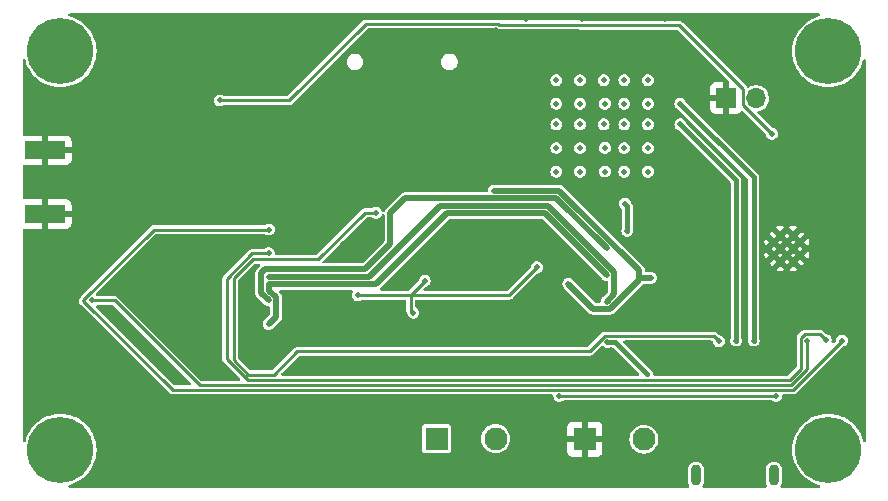
<source format=gbr>
%TF.GenerationSoftware,KiCad,Pcbnew,8.0.2*%
%TF.CreationDate,2024-05-15T15:04:26-04:00*%
%TF.ProjectId,stargazer,73746172-6761-47a6-9572-2e6b69636164,rev?*%
%TF.SameCoordinates,Original*%
%TF.FileFunction,Copper,L2,Bot*%
%TF.FilePolarity,Positive*%
%FSLAX46Y46*%
G04 Gerber Fmt 4.6, Leading zero omitted, Abs format (unit mm)*
G04 Created by KiCad (PCBNEW 8.0.2) date 2024-05-15 15:04:26*
%MOMM*%
%LPD*%
G01*
G04 APERTURE LIST*
%TA.AperFunction,HeatsinkPad*%
%ADD10C,0.600000*%
%TD*%
%TA.AperFunction,ComponentPad*%
%ADD11R,1.950000X1.950000*%
%TD*%
%TA.AperFunction,ComponentPad*%
%ADD12C,1.950000*%
%TD*%
%TA.AperFunction,ComponentPad*%
%ADD13C,5.600000*%
%TD*%
%TA.AperFunction,ComponentPad*%
%ADD14R,1.700000X1.700000*%
%TD*%
%TA.AperFunction,ComponentPad*%
%ADD15O,1.700000X1.700000*%
%TD*%
%TA.AperFunction,SMDPad,CuDef*%
%ADD16R,3.500000X1.500000*%
%TD*%
%TA.AperFunction,ComponentPad*%
%ADD17O,0.900000X1.800000*%
%TD*%
%TA.AperFunction,ViaPad*%
%ADD18C,0.500000*%
%TD*%
%TA.AperFunction,Conductor*%
%ADD19C,0.500000*%
%TD*%
%TA.AperFunction,Conductor*%
%ADD20C,0.400000*%
%TD*%
%TA.AperFunction,Conductor*%
%ADD21C,0.250000*%
%TD*%
G04 APERTURE END LIST*
D10*
%TO.P,U1,19,GND*%
%TO.N,GND*%
X174560000Y-93410000D03*
X173460000Y-93410000D03*
X175110000Y-93960000D03*
X174010000Y-93960000D03*
X172910000Y-93960000D03*
X174560000Y-94510000D03*
X173460000Y-94510000D03*
X175110000Y-95060000D03*
X174010000Y-95060000D03*
X172910000Y-95060000D03*
X174560000Y-95610000D03*
X173460000Y-95610000D03*
%TD*%
D11*
%TO.P,J4,1,Pin_1*%
%TO.N,VDC*%
X144362500Y-110600000D03*
D12*
%TO.P,J4,2,Pin_2*%
%TO.N,VMUX*%
X149362500Y-110600000D03*
%TD*%
D13*
%TO.P,H2,1*%
%TO.N,N/C*%
X112510000Y-111550000D03*
%TD*%
%TO.P,H4,1*%
%TO.N,N/C*%
X177510000Y-111550000D03*
%TD*%
D11*
%TO.P,J1,1,Pin_1*%
%TO.N,GND*%
X156910000Y-110650000D03*
D12*
%TO.P,J1,2,Pin_2*%
%TO.N,+BATT*%
X161910000Y-110650000D03*
%TD*%
D13*
%TO.P,H3,1*%
%TO.N,N/C*%
X177510000Y-77800000D03*
%TD*%
D14*
%TO.P,J3,1,Pin_1*%
%TO.N,GND*%
X168860000Y-81775000D03*
D15*
%TO.P,J3,2,Pin_2*%
%TO.N,SCL*%
X171400000Y-81775000D03*
%TD*%
D16*
%TO.P,J5,2,Ext*%
%TO.N,GND*%
X111200000Y-86200000D03*
X111200000Y-91600000D03*
%TD*%
D17*
%TO.P,J2,6,Shield*%
%TO.N,unconnected-(J2-Shield-Pad6)*%
X166310000Y-113700000D03*
X172910000Y-113700000D03*
%TD*%
D13*
%TO.P,H1,1*%
%TO.N,N/C*%
X112510000Y-77800000D03*
%TD*%
D18*
%TO.N,*%
X156500000Y-80250000D03*
X156500000Y-84000000D03*
X154500000Y-84000000D03*
X158599033Y-85988164D03*
X156500000Y-82250000D03*
X154500000Y-86000000D03*
X158599033Y-82238164D03*
X154500000Y-82250000D03*
X160250000Y-88000000D03*
X158500000Y-80250000D03*
X154500000Y-88000000D03*
X162250000Y-88000000D03*
X158599033Y-87988164D03*
X160250000Y-86000000D03*
X160250000Y-82250000D03*
X158500000Y-84000000D03*
X154500000Y-80250000D03*
X162250000Y-80250000D03*
X162250000Y-84000000D03*
X160250000Y-80250000D03*
X162250000Y-86000000D03*
X156500000Y-88000000D03*
X160250000Y-84000000D03*
X162250000Y-82250000D03*
X156500000Y-86000000D03*
%TO.N,GND*%
X149250000Y-101500000D03*
X161550000Y-103050000D03*
X175000000Y-82550000D03*
X164450000Y-77650000D03*
X120000000Y-97100000D03*
X122250000Y-78250000D03*
X142700000Y-107950000D03*
X179500000Y-106850000D03*
X174250000Y-98000000D03*
X133050000Y-102000000D03*
X163750000Y-113500000D03*
X115900000Y-105950000D03*
X130200000Y-108150000D03*
X144450000Y-97750000D03*
X133800000Y-92100000D03*
X142850000Y-77850000D03*
X135450000Y-108400000D03*
X117750000Y-90000000D03*
X175500000Y-91000000D03*
X153500000Y-113200000D03*
X125500000Y-99850000D03*
X122000000Y-109000000D03*
X151750000Y-94000000D03*
X178750000Y-90750000D03*
X111550000Y-104700000D03*
X129000000Y-86300000D03*
X125500000Y-113000000D03*
X149850000Y-95650000D03*
X150500000Y-100000000D03*
X151900000Y-75050000D03*
X161750000Y-99250000D03*
X123800000Y-101100000D03*
X123100000Y-86400000D03*
X179250000Y-82250000D03*
X174050000Y-76000000D03*
X153000000Y-111500000D03*
X147300000Y-109400000D03*
X160450000Y-112900000D03*
X111000000Y-82400000D03*
X156700000Y-75100000D03*
X174600000Y-108250000D03*
X125500000Y-105250000D03*
X141950000Y-96600000D03*
X135850000Y-100450000D03*
X167700000Y-89000000D03*
X121500000Y-81900000D03*
X119650000Y-102900000D03*
X147000000Y-105000000D03*
X165100000Y-90350000D03*
X144950000Y-82700000D03*
X149350000Y-76000000D03*
X138750000Y-93750000D03*
X141250000Y-101750000D03*
X146750000Y-111250000D03*
X114350000Y-82800000D03*
X140750000Y-100750000D03*
X126250000Y-90000000D03*
X178750000Y-97500000D03*
X178750000Y-106500000D03*
X151500000Y-108000000D03*
X136500000Y-90250000D03*
X120500000Y-94900000D03*
X168050000Y-77750000D03*
X145500000Y-96000000D03*
X136100000Y-82450000D03*
X118500000Y-91500000D03*
X136400000Y-94100000D03*
X130750000Y-111500000D03*
X111250000Y-93750000D03*
X111400000Y-99100000D03*
X124050000Y-81750000D03*
X161750000Y-93750000D03*
X136350000Y-76250000D03*
X135050000Y-98300000D03*
X144050000Y-93800000D03*
X163700000Y-75100000D03*
X114000000Y-86750000D03*
X137250000Y-101750000D03*
X130750000Y-75750000D03*
X139850000Y-86100000D03*
X169350000Y-75150000D03*
%TO.N,+3V3*%
X161500000Y-97000000D03*
X162500000Y-97000000D03*
X155510000Y-97500000D03*
X149205502Y-89619000D03*
%TO.N,VBUS*%
X162209999Y-105148000D03*
X158810000Y-102420000D03*
%TO.N,LED_STATUS*%
X154750000Y-107000000D03*
X173100000Y-107000000D03*
%TO.N,SCL*%
X137700000Y-98450000D03*
X143350000Y-97250000D03*
X142400000Y-99950000D03*
X152850000Y-96100000D03*
%TO.N,MOSI*%
X140450000Y-91500000D03*
X158750000Y-94500000D03*
X130135000Y-98900000D03*
%TO.N,CS_SD*%
X139234700Y-91490000D03*
X168250000Y-102350000D03*
%TO.N,MISO*%
X145250000Y-91500000D03*
X158750000Y-96750000D03*
X130135000Y-100900000D03*
%TO.N,SCK*%
X144050000Y-91500000D03*
X158750000Y-99000000D03*
X130135000Y-96900000D03*
%TO.N,SDA*%
X160500000Y-93000000D03*
X160310000Y-90700000D03*
%TO.N,CS_FLASH*%
X172750000Y-84800000D03*
X126010000Y-81970000D03*
%TO.N,CS_LORA*%
X177300000Y-102250000D03*
X130135000Y-94900000D03*
%TO.N,RXD_GPS*%
X169710000Y-102300000D03*
X165000000Y-84000000D03*
%TO.N,TXD_GPS*%
X171210000Y-102300000D03*
X165000000Y-82250000D03*
%TO.N,LORA_RST*%
X178700000Y-102300000D03*
X130150000Y-92900000D03*
%TO.N,INT_LORA*%
X175710000Y-102300000D03*
X115150000Y-98900000D03*
%TD*%
D19*
%TO.N,+3V3*%
X157637000Y-99627000D02*
X155510000Y-97500000D01*
X161500000Y-96363288D02*
X161500000Y-97000000D01*
X159009712Y-99627000D02*
X157637000Y-99627000D01*
X154755712Y-89619000D02*
X161500000Y-96363288D01*
X162500000Y-97000000D02*
X161500000Y-97000000D01*
X161500000Y-97136712D02*
X159009712Y-99627000D01*
X149205502Y-89619000D02*
X154755712Y-89619000D01*
X161500000Y-97000000D02*
X161500000Y-97136712D01*
D20*
%TO.N,VBUS*%
X159481999Y-102420000D02*
X158810000Y-102420000D01*
X162209999Y-105148000D02*
X159481999Y-102420000D01*
D21*
%TO.N,LED_STATUS*%
X154750000Y-107000000D02*
X173100000Y-107000000D01*
%TO.N,SCL*%
X142150000Y-98450000D02*
X142150000Y-99700000D01*
X142150000Y-98450000D02*
X150500000Y-98450000D01*
X137700000Y-98450000D02*
X142150000Y-98450000D01*
X142150000Y-98450000D02*
X143350000Y-97250000D01*
X150500000Y-98450000D02*
X152850000Y-96100000D01*
X142150000Y-99700000D02*
X142400000Y-99950000D01*
D19*
%TO.N,MOSI*%
X129500000Y-96600000D02*
X129827000Y-96273000D01*
X129500000Y-98265000D02*
X129500000Y-96600000D01*
X129827000Y-96273000D02*
X138277000Y-96273000D01*
X140450000Y-94100000D02*
X140450000Y-91500000D01*
X154496000Y-90246000D02*
X158750000Y-94500000D01*
X140450000Y-91500000D02*
X141704000Y-90246000D01*
X138277000Y-96273000D02*
X140450000Y-94100000D01*
X130135000Y-98900000D02*
X129500000Y-98265000D01*
X141704000Y-90246000D02*
X154496000Y-90246000D01*
D21*
%TO.N,CS_SD*%
X168250000Y-102350000D02*
X167818000Y-101918000D01*
X158602064Y-101918000D02*
X157320064Y-103200000D01*
X128433158Y-105200000D02*
X127200000Y-103966842D01*
X157320064Y-103200000D02*
X132559936Y-103200000D01*
X134348000Y-95402000D02*
X138260000Y-91490000D01*
X127200000Y-96983158D02*
X128781158Y-95402000D01*
X138260000Y-91490000D02*
X139234700Y-91490000D01*
X127200000Y-103966842D02*
X127200000Y-96983158D01*
X167818000Y-101918000D02*
X158602064Y-101918000D01*
X132559936Y-103200000D02*
X130559936Y-105200000D01*
X130559936Y-105200000D02*
X128433158Y-105200000D01*
X128781158Y-95402000D02*
X134348000Y-95402000D01*
D19*
%TO.N,MISO*%
X130762000Y-100273000D02*
X130762000Y-98640288D01*
X130135000Y-100900000D02*
X130762000Y-100273000D01*
X130200000Y-98078288D02*
X130200000Y-97527000D01*
X153500000Y-91500000D02*
X145250000Y-91500000D01*
X130200000Y-97527000D02*
X139223000Y-97527000D01*
X130762000Y-98640288D02*
X130200000Y-98078288D01*
X158750000Y-96750000D02*
X153500000Y-91500000D01*
X139223000Y-97527000D02*
X145250000Y-91500000D01*
%TO.N,SCK*%
X144050000Y-91500000D02*
X144677000Y-90873000D01*
X144677000Y-90873000D02*
X153759712Y-90873000D01*
X130135000Y-96900000D02*
X138650000Y-96900000D01*
X153759712Y-90873000D02*
X159400000Y-96513288D01*
X159400000Y-98350000D02*
X158750000Y-99000000D01*
X138650000Y-96900000D02*
X144050000Y-91500000D01*
X159400000Y-96513288D02*
X159400000Y-98350000D01*
D20*
%TO.N,SDA*%
X160500000Y-90890000D02*
X160310000Y-90700000D01*
X160500000Y-93000000D02*
X160500000Y-90890000D01*
D21*
%TO.N,CS_FLASH*%
X163448000Y-75602000D02*
X156502000Y-75602000D01*
X170298000Y-82348000D02*
X170298000Y-81009000D01*
X156448000Y-75552000D02*
X149652000Y-75552000D01*
X156450000Y-75550000D02*
X156448000Y-75552000D01*
X149598000Y-75498000D02*
X138352000Y-75498000D01*
X163492064Y-75602000D02*
X163470032Y-75579968D01*
X163470032Y-75579968D02*
X163448000Y-75602000D01*
X149652000Y-75552000D02*
X149598000Y-75498000D01*
X170298000Y-81009000D02*
X164891000Y-75602000D01*
X156502000Y-75602000D02*
X156450000Y-75550000D01*
X172750000Y-84800000D02*
X170298000Y-82348000D01*
X138352000Y-75498000D02*
X131880000Y-81970000D01*
X131880000Y-81970000D02*
X126010000Y-81970000D01*
X164891000Y-75602000D02*
X163492064Y-75602000D01*
%TO.N,CS_LORA*%
X174266842Y-105650000D02*
X128350000Y-105650000D01*
X176812000Y-101762000D02*
X175538064Y-101762000D01*
X175208000Y-102092064D02*
X175208000Y-104708842D01*
X128750000Y-94900000D02*
X130135000Y-94900000D01*
X175208000Y-104708842D02*
X174266842Y-105650000D01*
X177300000Y-102250000D02*
X176812000Y-101762000D01*
X128350000Y-105650000D02*
X126600000Y-103900000D01*
X126600000Y-103900000D02*
X126600000Y-97050000D01*
X175538064Y-101762000D02*
X175208000Y-102092064D01*
X126600000Y-97050000D02*
X128750000Y-94900000D01*
D20*
%TO.N,RXD_GPS*%
X165000000Y-84000000D02*
X169710000Y-88710000D01*
X169710000Y-88710000D02*
X169710000Y-102300000D01*
%TO.N,TXD_GPS*%
X171210000Y-88460000D02*
X171210000Y-102300000D01*
X165000000Y-82250000D02*
X171210000Y-88460000D01*
D21*
%TO.N,LORA_RST*%
X114450000Y-98909936D02*
X122017064Y-106477000D01*
X122017064Y-106477000D02*
X174523000Y-106477000D01*
X120440064Y-92900000D02*
X114450000Y-98890064D01*
X114450000Y-98890064D02*
X114450000Y-98909936D01*
X174523000Y-106477000D02*
X178700000Y-102300000D01*
X114450000Y-98890064D02*
X114450000Y-98950000D01*
X130150000Y-92900000D02*
X120440064Y-92900000D01*
%TO.N,INT_LORA*%
X124300000Y-106100000D02*
X174350000Y-106100000D01*
X174350000Y-106100000D02*
X175710000Y-104740000D01*
X115150000Y-98900000D02*
X117100000Y-98900000D01*
X117100000Y-98900000D02*
X124300000Y-106100000D01*
X175710000Y-104740000D02*
X175710000Y-102300000D01*
%TD*%
%TA.AperFunction,Conductor*%
%TO.N,GND*%
G36*
X116960140Y-99295185D02*
G01*
X116980782Y-99311819D01*
X123558781Y-105889819D01*
X123592266Y-105951142D01*
X123587282Y-106020834D01*
X123545410Y-106076767D01*
X123479946Y-106101184D01*
X123471100Y-106101500D01*
X122223963Y-106101500D01*
X122156924Y-106081815D01*
X122136282Y-106065181D01*
X115558282Y-99487181D01*
X115524797Y-99425858D01*
X115529781Y-99356166D01*
X115571653Y-99300233D01*
X115637117Y-99275816D01*
X115645963Y-99275500D01*
X116893101Y-99275500D01*
X116960140Y-99295185D01*
G37*
%TD.AperFunction*%
%TA.AperFunction,Conductor*%
G36*
X158408975Y-102744639D02*
G01*
X158459353Y-102779617D01*
X158466774Y-102788181D01*
X158478872Y-102802143D01*
X158599947Y-102879953D01*
X158599950Y-102879954D01*
X158599949Y-102879954D01*
X158738036Y-102920499D01*
X158738038Y-102920500D01*
X158738039Y-102920500D01*
X158881962Y-102920500D01*
X158881962Y-102920499D01*
X158934797Y-102904985D01*
X159028563Y-102877455D01*
X159028995Y-102878926D01*
X159067727Y-102870500D01*
X159244034Y-102870500D01*
X159311073Y-102890185D01*
X159331715Y-102906819D01*
X161487714Y-105062819D01*
X161521199Y-105124142D01*
X161516215Y-105193834D01*
X161474343Y-105249767D01*
X161408879Y-105274184D01*
X161400033Y-105274500D01*
X131315835Y-105274500D01*
X131248796Y-105254815D01*
X131203041Y-105202011D01*
X131193097Y-105132853D01*
X131222122Y-105069297D01*
X131228154Y-105062819D01*
X132679154Y-103611819D01*
X132740477Y-103578334D01*
X132766835Y-103575500D01*
X157369499Y-103575500D01*
X157369500Y-103575500D01*
X157417250Y-103562705D01*
X157465002Y-103549910D01*
X157550626Y-103500475D01*
X157620539Y-103430562D01*
X157620538Y-103430562D01*
X157679107Y-103371993D01*
X158277961Y-102773138D01*
X158339283Y-102739655D01*
X158408975Y-102744639D01*
G37*
%TD.AperFunction*%
%TA.AperFunction,Conductor*%
G36*
X139892540Y-91595329D02*
G01*
X139938294Y-91648133D01*
X139949500Y-91699644D01*
X139949500Y-93841324D01*
X139929815Y-93908363D01*
X139913181Y-93929005D01*
X138106005Y-95736181D01*
X138044682Y-95769666D01*
X138018324Y-95772500D01*
X134807899Y-95772500D01*
X134740860Y-95752815D01*
X134695105Y-95700011D01*
X134685161Y-95630853D01*
X134714186Y-95567297D01*
X134720218Y-95560819D01*
X138379218Y-91901819D01*
X138440541Y-91868334D01*
X138466899Y-91865500D01*
X138856826Y-91865500D01*
X138923865Y-91885185D01*
X138923866Y-91885185D01*
X139024647Y-91949953D01*
X139024648Y-91949953D01*
X139024649Y-91949954D01*
X139162736Y-91990499D01*
X139162738Y-91990500D01*
X139162739Y-91990500D01*
X139306662Y-91990500D01*
X139306662Y-91990499D01*
X139444753Y-91949953D01*
X139565828Y-91872143D01*
X139660077Y-91763373D01*
X139712706Y-91648131D01*
X139758461Y-91595329D01*
X139825500Y-91575644D01*
X139892540Y-91595329D01*
G37*
%TD.AperFunction*%
%TA.AperFunction,Conductor*%
G36*
X176785235Y-74620185D02*
G01*
X176830990Y-74672989D01*
X176840934Y-74742147D01*
X176811909Y-74805703D01*
X176753131Y-74843477D01*
X176752530Y-74843652D01*
X176500896Y-74916147D01*
X176408184Y-74954549D01*
X176184353Y-75047263D01*
X175884478Y-75212998D01*
X175605040Y-75411269D01*
X175349573Y-75639570D01*
X175349570Y-75639573D01*
X175121269Y-75895040D01*
X174922998Y-76174478D01*
X174757263Y-76474353D01*
X174626146Y-76790899D01*
X174531297Y-77120124D01*
X174531295Y-77120133D01*
X174473905Y-77457906D01*
X174473903Y-77457918D01*
X174454693Y-77800000D01*
X174473903Y-78142081D01*
X174473905Y-78142093D01*
X174531295Y-78479866D01*
X174531297Y-78479875D01*
X174574049Y-78628268D01*
X174626147Y-78809104D01*
X174757264Y-79125648D01*
X174818949Y-79237258D01*
X174922998Y-79425521D01*
X175121269Y-79704959D01*
X175349570Y-79960426D01*
X175349573Y-79960429D01*
X175605040Y-80188730D01*
X175605046Y-80188734D01*
X175605047Y-80188735D01*
X175884479Y-80387002D01*
X176184352Y-80552736D01*
X176500896Y-80683853D01*
X176830130Y-80778704D01*
X177167914Y-80836096D01*
X177510000Y-80855307D01*
X177852086Y-80836096D01*
X178189870Y-80778704D01*
X178519104Y-80683853D01*
X178835648Y-80552736D01*
X179135521Y-80387002D01*
X179414953Y-80188735D01*
X179670428Y-79960428D01*
X179898735Y-79704953D01*
X180097002Y-79425521D01*
X180262736Y-79125648D01*
X180393853Y-78809104D01*
X180466346Y-78557474D01*
X180503820Y-78498505D01*
X180567227Y-78469157D01*
X180636435Y-78478747D01*
X180689472Y-78524232D01*
X180709498Y-78591171D01*
X180709500Y-78591803D01*
X180709500Y-110758196D01*
X180689815Y-110825235D01*
X180637011Y-110870990D01*
X180567853Y-110880934D01*
X180504297Y-110851909D01*
X180466523Y-110793131D01*
X180466346Y-110792524D01*
X180443729Y-110714019D01*
X180393853Y-110540896D01*
X180262736Y-110224352D01*
X180097002Y-109924479D01*
X179898735Y-109645047D01*
X179898734Y-109645046D01*
X179898730Y-109645040D01*
X179670429Y-109389573D01*
X179670426Y-109389570D01*
X179414959Y-109161269D01*
X179135521Y-108962998D01*
X178835646Y-108797263D01*
X178770087Y-108770108D01*
X178519104Y-108666147D01*
X178434479Y-108641766D01*
X178189875Y-108571297D01*
X178189866Y-108571295D01*
X177852093Y-108513905D01*
X177852081Y-108513903D01*
X177510000Y-108494693D01*
X177167918Y-108513903D01*
X177167906Y-108513905D01*
X176830133Y-108571295D01*
X176830124Y-108571297D01*
X176500899Y-108666146D01*
X176500896Y-108666147D01*
X176408184Y-108704549D01*
X176184353Y-108797263D01*
X175884478Y-108962998D01*
X175605040Y-109161269D01*
X175349573Y-109389570D01*
X175349570Y-109389573D01*
X175121269Y-109645040D01*
X174922998Y-109924478D01*
X174757263Y-110224353D01*
X174626146Y-110540899D01*
X174531297Y-110870124D01*
X174531295Y-110870133D01*
X174473905Y-111207906D01*
X174473903Y-111207918D01*
X174454693Y-111550000D01*
X174473903Y-111892081D01*
X174473905Y-111892093D01*
X174528805Y-112215213D01*
X174531296Y-112229870D01*
X174626147Y-112559104D01*
X174686946Y-112705885D01*
X174757263Y-112875646D01*
X174922998Y-113175521D01*
X175121269Y-113454959D01*
X175349570Y-113710426D01*
X175349573Y-113710429D01*
X175605040Y-113938730D01*
X175605046Y-113938734D01*
X175605047Y-113938735D01*
X175884479Y-114137002D01*
X176184352Y-114302736D01*
X176500896Y-114433853D01*
X176752524Y-114506346D01*
X176811494Y-114543820D01*
X176840842Y-114607227D01*
X176831252Y-114676436D01*
X176785767Y-114729472D01*
X176718828Y-114749498D01*
X176718196Y-114749500D01*
X173583899Y-114749500D01*
X173516860Y-114729815D01*
X173471105Y-114677011D01*
X173461161Y-114607853D01*
X173480797Y-114556609D01*
X173530771Y-114481817D01*
X173530771Y-114481816D01*
X173530775Y-114481811D01*
X173583580Y-114354328D01*
X173610500Y-114218993D01*
X173610500Y-113181007D01*
X173610500Y-113181004D01*
X173583581Y-113045677D01*
X173583580Y-113045676D01*
X173583580Y-113045672D01*
X173583578Y-113045667D01*
X173530778Y-112918195D01*
X173530771Y-112918182D01*
X173454114Y-112803458D01*
X173454111Y-112803454D01*
X173356545Y-112705888D01*
X173356541Y-112705885D01*
X173241817Y-112629228D01*
X173241804Y-112629221D01*
X173114332Y-112576421D01*
X173114322Y-112576418D01*
X172978995Y-112549500D01*
X172978993Y-112549500D01*
X172841007Y-112549500D01*
X172841005Y-112549500D01*
X172705677Y-112576418D01*
X172705667Y-112576421D01*
X172578195Y-112629221D01*
X172578182Y-112629228D01*
X172463458Y-112705885D01*
X172463454Y-112705888D01*
X172365888Y-112803454D01*
X172365885Y-112803458D01*
X172289228Y-112918182D01*
X172289221Y-112918195D01*
X172236421Y-113045667D01*
X172236418Y-113045677D01*
X172209500Y-113181004D01*
X172209500Y-113181007D01*
X172209500Y-114218993D01*
X172209500Y-114218995D01*
X172209499Y-114218995D01*
X172236418Y-114354322D01*
X172236421Y-114354332D01*
X172289221Y-114481804D01*
X172289228Y-114481817D01*
X172339203Y-114556609D01*
X172360081Y-114623286D01*
X172341597Y-114690667D01*
X172289618Y-114737357D01*
X172236101Y-114749500D01*
X166983899Y-114749500D01*
X166916860Y-114729815D01*
X166871105Y-114677011D01*
X166861161Y-114607853D01*
X166880797Y-114556609D01*
X166930771Y-114481817D01*
X166930771Y-114481816D01*
X166930775Y-114481811D01*
X166983580Y-114354328D01*
X167010500Y-114218993D01*
X167010500Y-113181007D01*
X167010500Y-113181004D01*
X166983581Y-113045677D01*
X166983580Y-113045676D01*
X166983580Y-113045672D01*
X166983578Y-113045667D01*
X166930778Y-112918195D01*
X166930771Y-112918182D01*
X166854114Y-112803458D01*
X166854111Y-112803454D01*
X166756545Y-112705888D01*
X166756541Y-112705885D01*
X166641817Y-112629228D01*
X166641804Y-112629221D01*
X166514332Y-112576421D01*
X166514322Y-112576418D01*
X166378995Y-112549500D01*
X166378993Y-112549500D01*
X166241007Y-112549500D01*
X166241005Y-112549500D01*
X166105677Y-112576418D01*
X166105667Y-112576421D01*
X165978195Y-112629221D01*
X165978182Y-112629228D01*
X165863458Y-112705885D01*
X165863454Y-112705888D01*
X165765888Y-112803454D01*
X165765885Y-112803458D01*
X165689228Y-112918182D01*
X165689221Y-112918195D01*
X165636421Y-113045667D01*
X165636418Y-113045677D01*
X165609500Y-113181004D01*
X165609500Y-113181007D01*
X165609500Y-114218993D01*
X165609500Y-114218995D01*
X165609499Y-114218995D01*
X165636418Y-114354322D01*
X165636421Y-114354332D01*
X165689221Y-114481804D01*
X165689228Y-114481817D01*
X165739203Y-114556609D01*
X165760081Y-114623286D01*
X165741597Y-114690667D01*
X165689618Y-114737357D01*
X165636101Y-114749500D01*
X113301804Y-114749500D01*
X113234765Y-114729815D01*
X113189010Y-114677011D01*
X113179066Y-114607853D01*
X113208091Y-114544297D01*
X113266869Y-114506523D01*
X113267476Y-114506346D01*
X113519104Y-114433853D01*
X113835648Y-114302736D01*
X114135521Y-114137002D01*
X114414953Y-113938735D01*
X114670428Y-113710428D01*
X114898735Y-113454953D01*
X115097002Y-113175521D01*
X115262736Y-112875648D01*
X115393853Y-112559104D01*
X115488704Y-112229870D01*
X115546096Y-111892086D01*
X115565307Y-111550000D01*
X115546096Y-111207914D01*
X115488704Y-110870130D01*
X115393853Y-110540896D01*
X115262736Y-110224352D01*
X115097002Y-109924479D01*
X114898735Y-109645047D01*
X114898734Y-109645046D01*
X114898730Y-109645040D01*
X114858766Y-109600321D01*
X143137000Y-109600321D01*
X143137000Y-111599678D01*
X143151532Y-111672735D01*
X143151533Y-111672739D01*
X143151534Y-111672740D01*
X143206899Y-111755601D01*
X143282313Y-111805990D01*
X143289760Y-111810966D01*
X143289764Y-111810967D01*
X143362821Y-111825499D01*
X143362824Y-111825500D01*
X143362826Y-111825500D01*
X145362176Y-111825500D01*
X145362177Y-111825499D01*
X145435240Y-111810966D01*
X145518101Y-111755601D01*
X145573466Y-111672740D01*
X145588000Y-111599674D01*
X145588000Y-110599998D01*
X148132319Y-110599998D01*
X148132319Y-110600001D01*
X148151007Y-110813613D01*
X148151009Y-110813624D01*
X148206505Y-111020739D01*
X148206507Y-111020743D01*
X148206508Y-111020747D01*
X148229824Y-111070748D01*
X148297131Y-111215090D01*
X148356586Y-111300000D01*
X148420127Y-111390745D01*
X148571755Y-111542373D01*
X148747409Y-111665368D01*
X148941753Y-111755992D01*
X149148881Y-111811492D01*
X149301466Y-111824841D01*
X149362498Y-111830181D01*
X149362500Y-111830181D01*
X149362502Y-111830181D01*
X149416016Y-111825499D01*
X149576119Y-111811492D01*
X149783247Y-111755992D01*
X149977591Y-111665368D01*
X150153245Y-111542373D01*
X150304873Y-111390745D01*
X150427868Y-111215091D01*
X150518492Y-111020747D01*
X150573992Y-110813619D01*
X150592681Y-110600000D01*
X150573992Y-110386381D01*
X150518492Y-110179253D01*
X150427868Y-109984910D01*
X150339883Y-109859255D01*
X150304876Y-109809259D01*
X150304871Y-109809253D01*
X150153245Y-109657627D01*
X150109727Y-109627155D01*
X155435000Y-109627155D01*
X155435000Y-110400000D01*
X156309999Y-110400000D01*
X156284979Y-110460402D01*
X156260000Y-110585981D01*
X156260000Y-110714019D01*
X156284979Y-110839598D01*
X156309999Y-110900000D01*
X155435000Y-110900000D01*
X155435000Y-111672844D01*
X155441401Y-111732372D01*
X155441403Y-111732379D01*
X155491645Y-111867086D01*
X155491649Y-111867093D01*
X155577809Y-111982187D01*
X155577812Y-111982190D01*
X155692906Y-112068350D01*
X155692913Y-112068354D01*
X155827620Y-112118596D01*
X155827627Y-112118598D01*
X155887155Y-112124999D01*
X155887172Y-112125000D01*
X156660000Y-112125000D01*
X156660000Y-111250001D01*
X156720402Y-111275021D01*
X156845981Y-111300000D01*
X156974019Y-111300000D01*
X157099598Y-111275021D01*
X157160000Y-111250001D01*
X157160000Y-112125000D01*
X157932828Y-112125000D01*
X157932844Y-112124999D01*
X157992372Y-112118598D01*
X157992379Y-112118596D01*
X158127086Y-112068354D01*
X158127093Y-112068350D01*
X158242187Y-111982190D01*
X158242190Y-111982187D01*
X158328350Y-111867093D01*
X158328354Y-111867086D01*
X158378596Y-111732379D01*
X158378598Y-111732372D01*
X158384999Y-111672844D01*
X158385000Y-111672827D01*
X158385000Y-110900000D01*
X157510001Y-110900000D01*
X157535021Y-110839598D01*
X157560000Y-110714019D01*
X157560000Y-110649998D01*
X160679819Y-110649998D01*
X160679819Y-110650001D01*
X160698507Y-110863613D01*
X160698509Y-110863624D01*
X160754005Y-111070739D01*
X160754007Y-111070743D01*
X160754008Y-111070747D01*
X160793244Y-111154888D01*
X160844631Y-111265090D01*
X160932616Y-111390745D01*
X160967627Y-111440745D01*
X161119255Y-111592373D01*
X161294909Y-111715368D01*
X161489253Y-111805992D01*
X161489259Y-111805993D01*
X161489260Y-111805994D01*
X161509779Y-111811492D01*
X161696381Y-111861492D01*
X161848966Y-111874841D01*
X161909998Y-111880181D01*
X161910000Y-111880181D01*
X161910002Y-111880181D01*
X161963404Y-111875508D01*
X162123619Y-111861492D01*
X162330747Y-111805992D01*
X162525091Y-111715368D01*
X162700745Y-111592373D01*
X162852373Y-111440745D01*
X162975368Y-111265091D01*
X163065992Y-111070747D01*
X163121492Y-110863619D01*
X163140181Y-110650000D01*
X163121492Y-110436381D01*
X163065992Y-110229253D01*
X162975368Y-110034910D01*
X162968414Y-110024979D01*
X162852376Y-109859259D01*
X162852371Y-109859253D01*
X162700745Y-109707627D01*
X162525090Y-109584631D01*
X162427919Y-109539320D01*
X162330747Y-109494008D01*
X162330743Y-109494007D01*
X162330739Y-109494005D01*
X162123624Y-109438509D01*
X162123620Y-109438508D01*
X162123619Y-109438508D01*
X162123618Y-109438507D01*
X162123613Y-109438507D01*
X161910002Y-109419819D01*
X161909998Y-109419819D01*
X161696386Y-109438507D01*
X161696375Y-109438509D01*
X161489260Y-109494005D01*
X161489251Y-109494009D01*
X161294910Y-109584631D01*
X161294908Y-109584632D01*
X161119259Y-109707623D01*
X161119253Y-109707628D01*
X160967628Y-109859253D01*
X160967623Y-109859259D01*
X160844632Y-110034908D01*
X160844631Y-110034910D01*
X160754009Y-110229251D01*
X160754005Y-110229260D01*
X160698509Y-110436375D01*
X160698507Y-110436386D01*
X160679819Y-110649998D01*
X157560000Y-110649998D01*
X157560000Y-110585981D01*
X157535021Y-110460402D01*
X157510001Y-110400000D01*
X158385000Y-110400000D01*
X158385000Y-109627172D01*
X158384999Y-109627155D01*
X158378598Y-109567627D01*
X158378596Y-109567620D01*
X158328354Y-109432913D01*
X158328350Y-109432906D01*
X158242190Y-109317812D01*
X158242187Y-109317809D01*
X158127093Y-109231649D01*
X158127086Y-109231645D01*
X157992379Y-109181403D01*
X157992372Y-109181401D01*
X157932844Y-109175000D01*
X157160000Y-109175000D01*
X157160000Y-110049998D01*
X157099598Y-110024979D01*
X156974019Y-110000000D01*
X156845981Y-110000000D01*
X156720402Y-110024979D01*
X156660000Y-110049998D01*
X156660000Y-109175000D01*
X155887155Y-109175000D01*
X155827627Y-109181401D01*
X155827620Y-109181403D01*
X155692913Y-109231645D01*
X155692906Y-109231649D01*
X155577812Y-109317809D01*
X155577809Y-109317812D01*
X155491649Y-109432906D01*
X155491645Y-109432913D01*
X155441403Y-109567620D01*
X155441401Y-109567627D01*
X155435000Y-109627155D01*
X150109727Y-109627155D01*
X149977590Y-109534631D01*
X149880419Y-109489320D01*
X149783247Y-109444008D01*
X149783243Y-109444007D01*
X149783239Y-109444005D01*
X149576124Y-109388509D01*
X149576120Y-109388508D01*
X149576119Y-109388508D01*
X149576118Y-109388507D01*
X149576113Y-109388507D01*
X149362502Y-109369819D01*
X149362498Y-109369819D01*
X149148886Y-109388507D01*
X149148875Y-109388509D01*
X148941760Y-109444005D01*
X148941751Y-109444009D01*
X148747410Y-109534631D01*
X148747408Y-109534632D01*
X148571759Y-109657623D01*
X148571753Y-109657628D01*
X148420128Y-109809253D01*
X148420123Y-109809259D01*
X148297132Y-109984908D01*
X148297131Y-109984910D01*
X148206509Y-110179251D01*
X148206505Y-110179260D01*
X148151009Y-110386375D01*
X148151007Y-110386386D01*
X148132319Y-110599998D01*
X145588000Y-110599998D01*
X145588000Y-109600326D01*
X145588000Y-109600323D01*
X145587999Y-109600321D01*
X145573467Y-109527264D01*
X145573466Y-109527260D01*
X145518101Y-109444399D01*
X145436047Y-109389573D01*
X145435239Y-109389033D01*
X145435235Y-109389032D01*
X145362177Y-109374500D01*
X145362174Y-109374500D01*
X143362826Y-109374500D01*
X143362823Y-109374500D01*
X143289764Y-109389032D01*
X143289760Y-109389033D01*
X143206899Y-109444399D01*
X143151533Y-109527260D01*
X143151532Y-109527264D01*
X143137000Y-109600321D01*
X114858766Y-109600321D01*
X114670429Y-109389573D01*
X114670426Y-109389570D01*
X114414959Y-109161269D01*
X114135521Y-108962998D01*
X113835646Y-108797263D01*
X113770087Y-108770108D01*
X113519104Y-108666147D01*
X113434479Y-108641766D01*
X113189875Y-108571297D01*
X113189866Y-108571295D01*
X112852093Y-108513905D01*
X112852081Y-108513903D01*
X112510000Y-108494693D01*
X112167918Y-108513903D01*
X112167906Y-108513905D01*
X111830133Y-108571295D01*
X111830124Y-108571297D01*
X111500899Y-108666146D01*
X111500896Y-108666147D01*
X111408184Y-108704549D01*
X111184353Y-108797263D01*
X110884478Y-108962998D01*
X110605040Y-109161269D01*
X110349573Y-109389570D01*
X110349570Y-109389573D01*
X110121269Y-109645040D01*
X109922998Y-109924478D01*
X109757263Y-110224353D01*
X109626146Y-110540899D01*
X109553654Y-110792524D01*
X109516180Y-110851494D01*
X109452773Y-110880842D01*
X109383564Y-110871252D01*
X109330528Y-110825767D01*
X109310502Y-110758828D01*
X109310500Y-110758196D01*
X109310500Y-98840629D01*
X114074500Y-98840629D01*
X114074500Y-98999435D01*
X114100090Y-99094938D01*
X114149525Y-99180562D01*
X114219438Y-99250475D01*
X114300096Y-99297043D01*
X114325775Y-99316748D01*
X121786502Y-106777475D01*
X121860653Y-106820286D01*
X121872123Y-106826909D01*
X121872127Y-106826911D01*
X121967628Y-106852500D01*
X121967629Y-106852500D01*
X154122457Y-106852500D01*
X154189496Y-106872185D01*
X154235251Y-106924989D01*
X154245195Y-106994147D01*
X154245194Y-106994150D01*
X154244353Y-106999998D01*
X154244353Y-106999999D01*
X154264834Y-107142456D01*
X154324622Y-107273371D01*
X154324623Y-107273373D01*
X154418872Y-107382143D01*
X154539947Y-107459953D01*
X154539950Y-107459954D01*
X154539949Y-107459954D01*
X154678036Y-107500499D01*
X154678038Y-107500500D01*
X154678039Y-107500500D01*
X154821962Y-107500500D01*
X154821962Y-107500499D01*
X154960053Y-107459953D01*
X155060834Y-107395184D01*
X155127874Y-107375500D01*
X172722126Y-107375500D01*
X172789165Y-107395185D01*
X172789166Y-107395185D01*
X172889947Y-107459953D01*
X172889948Y-107459953D01*
X172889949Y-107459954D01*
X173028036Y-107500499D01*
X173028038Y-107500500D01*
X173028039Y-107500500D01*
X173171962Y-107500500D01*
X173171962Y-107500499D01*
X173310053Y-107459953D01*
X173431128Y-107382143D01*
X173525377Y-107273373D01*
X173585165Y-107142457D01*
X173605647Y-107000000D01*
X173604806Y-106994150D01*
X173614747Y-106924991D01*
X173660501Y-106872186D01*
X173727540Y-106852500D01*
X174572435Y-106852500D01*
X174572436Y-106852500D01*
X174620186Y-106839705D01*
X174667938Y-106826910D01*
X174753562Y-106777475D01*
X174823475Y-106707562D01*
X178694399Y-102836637D01*
X178755720Y-102803154D01*
X178764436Y-102801581D01*
X178771954Y-102800500D01*
X178771961Y-102800500D01*
X178813916Y-102788181D01*
X178910050Y-102759954D01*
X178910050Y-102759953D01*
X178910053Y-102759953D01*
X179031128Y-102682143D01*
X179125377Y-102573373D01*
X179185165Y-102442457D01*
X179205647Y-102300000D01*
X179185165Y-102157543D01*
X179125377Y-102026627D01*
X179031128Y-101917857D01*
X178910053Y-101840047D01*
X178910051Y-101840046D01*
X178910049Y-101840045D01*
X178910050Y-101840045D01*
X178771963Y-101799500D01*
X178771961Y-101799500D01*
X178628039Y-101799500D01*
X178628036Y-101799500D01*
X178489949Y-101840045D01*
X178368873Y-101917856D01*
X178274623Y-102026626D01*
X178274622Y-102026628D01*
X178214835Y-102157541D01*
X178214834Y-102157546D01*
X178204489Y-102229496D01*
X178175463Y-102293051D01*
X178169432Y-102299529D01*
X177999682Y-102469279D01*
X177938359Y-102502764D01*
X177868667Y-102497780D01*
X177812734Y-102455908D01*
X177788317Y-102390444D01*
X177789263Y-102363951D01*
X177805647Y-102250000D01*
X177785165Y-102107543D01*
X177725377Y-101976627D01*
X177631128Y-101867857D01*
X177510053Y-101790047D01*
X177510051Y-101790046D01*
X177510049Y-101790045D01*
X177510050Y-101790045D01*
X177371965Y-101749500D01*
X177364429Y-101748417D01*
X177300874Y-101719391D01*
X177294397Y-101713360D01*
X177042563Y-101461526D01*
X177042562Y-101461525D01*
X176956938Y-101412090D01*
X176909186Y-101399295D01*
X176909184Y-101399294D01*
X176909182Y-101399293D01*
X176861436Y-101386500D01*
X176861435Y-101386500D01*
X175587500Y-101386500D01*
X175488628Y-101386500D01*
X175440876Y-101399295D01*
X175440875Y-101399294D01*
X175393127Y-101412089D01*
X175393126Y-101412089D01*
X175307499Y-101461527D01*
X174907527Y-101861499D01*
X174907525Y-101861501D01*
X174907525Y-101861502D01*
X174858090Y-101947126D01*
X174858090Y-101947127D01*
X174833781Y-102037849D01*
X174833780Y-102037850D01*
X174832500Y-102042626D01*
X174832500Y-104501943D01*
X174812815Y-104568982D01*
X174796181Y-104589624D01*
X174147624Y-105238181D01*
X174086301Y-105271666D01*
X174059943Y-105274500D01*
X162839646Y-105274500D01*
X162772607Y-105254815D01*
X162726852Y-105202011D01*
X162717008Y-105156764D01*
X162716908Y-105156779D01*
X162716705Y-105155369D01*
X162715646Y-105150500D01*
X162715646Y-105148001D01*
X162695164Y-105005543D01*
X162635376Y-104874628D01*
X162635375Y-104874626D01*
X162541127Y-104765857D01*
X162420052Y-104688047D01*
X162420049Y-104688046D01*
X162420047Y-104688045D01*
X162403836Y-104683285D01*
X162351093Y-104651990D01*
X161310922Y-103611819D01*
X160204282Y-102505180D01*
X160170798Y-102443858D01*
X160175782Y-102374166D01*
X160217654Y-102318233D01*
X160283118Y-102293816D01*
X160291964Y-102293500D01*
X167611101Y-102293500D01*
X167678140Y-102313185D01*
X167698782Y-102329819D01*
X167719432Y-102350469D01*
X167752917Y-102411792D01*
X167754489Y-102420502D01*
X167764834Y-102492454D01*
X167764835Y-102492458D01*
X167812112Y-102595979D01*
X167824623Y-102623373D01*
X167918872Y-102732143D01*
X168039947Y-102809953D01*
X168039950Y-102809954D01*
X168039949Y-102809954D01*
X168130832Y-102836639D01*
X168176639Y-102850089D01*
X168178036Y-102850499D01*
X168178038Y-102850500D01*
X168178039Y-102850500D01*
X168321962Y-102850500D01*
X168321962Y-102850499D01*
X168460053Y-102809953D01*
X168581128Y-102732143D01*
X168675377Y-102623373D01*
X168735165Y-102492457D01*
X168755647Y-102350000D01*
X168735165Y-102207543D01*
X168675377Y-102076627D01*
X168581128Y-101967857D01*
X168460053Y-101890047D01*
X168460051Y-101890046D01*
X168460049Y-101890045D01*
X168460050Y-101890045D01*
X168321965Y-101849500D01*
X168314429Y-101848417D01*
X168250874Y-101819391D01*
X168244397Y-101813360D01*
X168048563Y-101617526D01*
X168048562Y-101617525D01*
X167962938Y-101568090D01*
X167915186Y-101555295D01*
X167915184Y-101555294D01*
X167915182Y-101555293D01*
X167867436Y-101542500D01*
X167867435Y-101542500D01*
X158651500Y-101542500D01*
X158552628Y-101542500D01*
X158457127Y-101568089D01*
X158457124Y-101568090D01*
X158371504Y-101617522D01*
X158371499Y-101617526D01*
X157200846Y-102788181D01*
X157139523Y-102821666D01*
X157113165Y-102824500D01*
X132510500Y-102824500D01*
X132462748Y-102837295D01*
X132462747Y-102837294D01*
X132414999Y-102850089D01*
X132414998Y-102850089D01*
X132329371Y-102899527D01*
X130440718Y-104788181D01*
X130379395Y-104821666D01*
X130353037Y-104824500D01*
X128640058Y-104824500D01*
X128573019Y-104804815D01*
X128552377Y-104788181D01*
X127611819Y-103847623D01*
X127578334Y-103786300D01*
X127575500Y-103759942D01*
X127575500Y-97190057D01*
X127595185Y-97123018D01*
X127611819Y-97102376D01*
X128900376Y-95813819D01*
X128961699Y-95780334D01*
X128988057Y-95777500D01*
X129315324Y-95777500D01*
X129382363Y-95797185D01*
X129428118Y-95849989D01*
X129438062Y-95919147D01*
X129409037Y-95982703D01*
X129403005Y-95989181D01*
X129099502Y-96292683D01*
X129099500Y-96292686D01*
X129033608Y-96406812D01*
X128999500Y-96534108D01*
X128999500Y-98330891D01*
X129033608Y-98458187D01*
X129060529Y-98504815D01*
X129099500Y-98572314D01*
X129099502Y-98572316D01*
X129765322Y-99238136D01*
X129771354Y-99244615D01*
X129803870Y-99282141D01*
X129803874Y-99282145D01*
X129807928Y-99284750D01*
X129823211Y-99297066D01*
X129827684Y-99300498D01*
X129827686Y-99300500D01*
X129871887Y-99326019D01*
X129876871Y-99329056D01*
X129924947Y-99359953D01*
X129924950Y-99359954D01*
X129924952Y-99359955D01*
X129925994Y-99360431D01*
X129935621Y-99363827D01*
X129941811Y-99366390D01*
X129941814Y-99366392D01*
X129998261Y-99381516D01*
X130001098Y-99382312D01*
X130063039Y-99400500D01*
X130137500Y-99400500D01*
X130204539Y-99420185D01*
X130250294Y-99472989D01*
X130261500Y-99524500D01*
X130261500Y-100014323D01*
X130241815Y-100081362D01*
X130225181Y-100102004D01*
X129828569Y-100498616D01*
X129807937Y-100515244D01*
X129803872Y-100517857D01*
X129803868Y-100517860D01*
X129771355Y-100555383D01*
X129765324Y-100561860D01*
X129734498Y-100592686D01*
X129731364Y-100598115D01*
X129717701Y-100617303D01*
X129709623Y-100626626D01*
X129709623Y-100626627D01*
X129692088Y-100665019D01*
X129686687Y-100675495D01*
X129668607Y-100706813D01*
X129668606Y-100706816D01*
X129665046Y-100720103D01*
X129658069Y-100739511D01*
X129649835Y-100757541D01*
X129644886Y-100791956D01*
X129641925Y-100806394D01*
X129634500Y-100834105D01*
X129634500Y-100855331D01*
X129633238Y-100872977D01*
X129629353Y-100899999D01*
X129633238Y-100927020D01*
X129634500Y-100944667D01*
X129634500Y-100965894D01*
X129641923Y-100993596D01*
X129644885Y-101008037D01*
X129649835Y-101042456D01*
X129649837Y-101042464D01*
X129658069Y-101060489D01*
X129665050Y-101079907D01*
X129668607Y-101093183D01*
X129668610Y-101093190D01*
X129686681Y-101124491D01*
X129692086Y-101134974D01*
X129709623Y-101173373D01*
X129717694Y-101182687D01*
X129731368Y-101201890D01*
X129734497Y-101207310D01*
X129734501Y-101207315D01*
X129765322Y-101238136D01*
X129771354Y-101244615D01*
X129803870Y-101282141D01*
X129803874Y-101282145D01*
X129807928Y-101284750D01*
X129823211Y-101297066D01*
X129827684Y-101300498D01*
X129827686Y-101300500D01*
X129871887Y-101326019D01*
X129876871Y-101329056D01*
X129924947Y-101359953D01*
X129924950Y-101359954D01*
X129924952Y-101359955D01*
X129925994Y-101360431D01*
X129935621Y-101363827D01*
X129941811Y-101366390D01*
X129941814Y-101366392D01*
X129998246Y-101381512D01*
X129998261Y-101381516D01*
X130001098Y-101382312D01*
X130063039Y-101400500D01*
X130206963Y-101400500D01*
X130206963Y-101400499D01*
X130254639Y-101386500D01*
X130268902Y-101382312D01*
X130271681Y-101381531D01*
X130328186Y-101366392D01*
X130328189Y-101366389D01*
X130334367Y-101363832D01*
X130343996Y-101360434D01*
X130345045Y-101359955D01*
X130345053Y-101359953D01*
X130393087Y-101329082D01*
X130398102Y-101326025D01*
X130442314Y-101300500D01*
X130442321Y-101300492D01*
X130446828Y-101297035D01*
X130462067Y-101284752D01*
X130466128Y-101282143D01*
X130498659Y-101244597D01*
X130504664Y-101238148D01*
X131162500Y-100580314D01*
X131228392Y-100466186D01*
X131262500Y-100338892D01*
X131262500Y-100207107D01*
X131262500Y-98574396D01*
X131228392Y-98447102D01*
X131162500Y-98332974D01*
X131069314Y-98239788D01*
X131068707Y-98239181D01*
X131035222Y-98177858D01*
X131040206Y-98108166D01*
X131082078Y-98052233D01*
X131147542Y-98027816D01*
X131156388Y-98027500D01*
X137149779Y-98027500D01*
X137216818Y-98047185D01*
X137262573Y-98099989D01*
X137272517Y-98169147D01*
X137262573Y-98203012D01*
X137214834Y-98307543D01*
X137194353Y-98450000D01*
X137214834Y-98592456D01*
X137271851Y-98717303D01*
X137274623Y-98723373D01*
X137368872Y-98832143D01*
X137489947Y-98909953D01*
X137489950Y-98909954D01*
X137489949Y-98909954D01*
X137572202Y-98934105D01*
X137624633Y-98949500D01*
X137628036Y-98950499D01*
X137628038Y-98950500D01*
X137628039Y-98950500D01*
X137771962Y-98950500D01*
X137771962Y-98950499D01*
X137910053Y-98909953D01*
X138010834Y-98845184D01*
X138077874Y-98825500D01*
X141650500Y-98825500D01*
X141717539Y-98845185D01*
X141763294Y-98897989D01*
X141774500Y-98949500D01*
X141774500Y-99749435D01*
X141800090Y-99844938D01*
X141800091Y-99844940D01*
X141816002Y-99872498D01*
X141816003Y-99872500D01*
X141849523Y-99930559D01*
X141849528Y-99930565D01*
X141869432Y-99950469D01*
X141902917Y-100011792D01*
X141904489Y-100020502D01*
X141914834Y-100092454D01*
X141914835Y-100092456D01*
X141914835Y-100092457D01*
X141974623Y-100223373D01*
X142068872Y-100332143D01*
X142189947Y-100409953D01*
X142189950Y-100409954D01*
X142189949Y-100409954D01*
X142328036Y-100450499D01*
X142328038Y-100450500D01*
X142328039Y-100450500D01*
X142471962Y-100450500D01*
X142471962Y-100450499D01*
X142610053Y-100409953D01*
X142731128Y-100332143D01*
X142825377Y-100223373D01*
X142885165Y-100092457D01*
X142905647Y-99950000D01*
X142885165Y-99807543D01*
X142825377Y-99676627D01*
X142731128Y-99567857D01*
X142610053Y-99490047D01*
X142610051Y-99490046D01*
X142610049Y-99490045D01*
X142601983Y-99486361D01*
X142603068Y-99483984D01*
X142555780Y-99453589D01*
X142526761Y-99390030D01*
X142525500Y-99372394D01*
X142525500Y-98949500D01*
X142545185Y-98882461D01*
X142597989Y-98836706D01*
X142649500Y-98825500D01*
X150549434Y-98825500D01*
X150549436Y-98825500D01*
X150607006Y-98810073D01*
X150619173Y-98806814D01*
X150625613Y-98805088D01*
X150644938Y-98799910D01*
X150730562Y-98750475D01*
X150800475Y-98680562D01*
X150800474Y-98680562D01*
X150859043Y-98621993D01*
X152844400Y-96636637D01*
X152905721Y-96603154D01*
X152914436Y-96601582D01*
X152921962Y-96600500D01*
X153060050Y-96559954D01*
X153060050Y-96559953D01*
X153060053Y-96559953D01*
X153181128Y-96482143D01*
X153275377Y-96373373D01*
X153335165Y-96242457D01*
X153355647Y-96100000D01*
X153335165Y-95957543D01*
X153275377Y-95826627D01*
X153181128Y-95717857D01*
X153060053Y-95640047D01*
X153060051Y-95640046D01*
X153060049Y-95640045D01*
X153060050Y-95640045D01*
X152921963Y-95599500D01*
X152921961Y-95599500D01*
X152778039Y-95599500D01*
X152778036Y-95599500D01*
X152639949Y-95640045D01*
X152518873Y-95717856D01*
X152424623Y-95826626D01*
X152424622Y-95826628D01*
X152364835Y-95957541D01*
X152364834Y-95957546D01*
X152354489Y-96029495D01*
X152325463Y-96093051D01*
X152319432Y-96099528D01*
X150380782Y-98038181D01*
X150319459Y-98071666D01*
X150293101Y-98074500D01*
X143355899Y-98074500D01*
X143288860Y-98054815D01*
X143243105Y-98002011D01*
X143233161Y-97932853D01*
X143262186Y-97869297D01*
X143268203Y-97862833D01*
X143344400Y-97786636D01*
X143405719Y-97753154D01*
X143414436Y-97751581D01*
X143421954Y-97750500D01*
X143421961Y-97750500D01*
X143421968Y-97750498D01*
X143560050Y-97709954D01*
X143560050Y-97709953D01*
X143560053Y-97709953D01*
X143681128Y-97632143D01*
X143775377Y-97523373D01*
X143835165Y-97392457D01*
X143855647Y-97250000D01*
X143835165Y-97107543D01*
X143775377Y-96976627D01*
X143681128Y-96867857D01*
X143560053Y-96790047D01*
X143560051Y-96790046D01*
X143560049Y-96790045D01*
X143560050Y-96790045D01*
X143421963Y-96749500D01*
X143421961Y-96749500D01*
X143278039Y-96749500D01*
X143278036Y-96749500D01*
X143139949Y-96790045D01*
X143018873Y-96867856D01*
X142924623Y-96976626D01*
X142924622Y-96976628D01*
X142864835Y-97107541D01*
X142864834Y-97107546D01*
X142854489Y-97179496D01*
X142825463Y-97243051D01*
X142819432Y-97249529D01*
X142030782Y-98038181D01*
X141969459Y-98071666D01*
X141943101Y-98074500D01*
X139682676Y-98074500D01*
X139615637Y-98054815D01*
X139569882Y-98002011D01*
X139559938Y-97932853D01*
X139588963Y-97869297D01*
X139594995Y-97862819D01*
X145420995Y-92036819D01*
X145482318Y-92003334D01*
X145508676Y-92000500D01*
X153241324Y-92000500D01*
X153308363Y-92020185D01*
X153329005Y-92036819D01*
X158380315Y-97088128D01*
X158386347Y-97094607D01*
X158418871Y-97132142D01*
X158418873Y-97132144D01*
X158422930Y-97134751D01*
X158438191Y-97147049D01*
X158442680Y-97150493D01*
X158442686Y-97150499D01*
X158462371Y-97161864D01*
X158486862Y-97176004D01*
X158491887Y-97179066D01*
X158539947Y-97209953D01*
X158539956Y-97209955D01*
X158540997Y-97210431D01*
X158550637Y-97213832D01*
X158556807Y-97216388D01*
X158556814Y-97216392D01*
X158613308Y-97231529D01*
X158616112Y-97232316D01*
X158625183Y-97234980D01*
X158678038Y-97250500D01*
X158775500Y-97250500D01*
X158842539Y-97270185D01*
X158888294Y-97322989D01*
X158899500Y-97374500D01*
X158899500Y-98091323D01*
X158879815Y-98158362D01*
X158863181Y-98179004D01*
X158443569Y-98598616D01*
X158422937Y-98615244D01*
X158418872Y-98617857D01*
X158418868Y-98617860D01*
X158386355Y-98655383D01*
X158380324Y-98661860D01*
X158349498Y-98692686D01*
X158346364Y-98698115D01*
X158332701Y-98717303D01*
X158324623Y-98726626D01*
X158324623Y-98726627D01*
X158307088Y-98765019D01*
X158301687Y-98775495D01*
X158283607Y-98806813D01*
X158283608Y-98806814D01*
X158280046Y-98820103D01*
X158273069Y-98839511D01*
X158264835Y-98857541D01*
X158259886Y-98891956D01*
X158256925Y-98906394D01*
X158249500Y-98934105D01*
X158249500Y-98955331D01*
X158248238Y-98972977D01*
X158244353Y-98999999D01*
X158244353Y-99002500D01*
X158243648Y-99004898D01*
X158243091Y-99008778D01*
X158242533Y-99008697D01*
X158224668Y-99069539D01*
X158171864Y-99115294D01*
X158120353Y-99126500D01*
X157895675Y-99126500D01*
X157828636Y-99106815D01*
X157807994Y-99090181D01*
X155879678Y-97161864D01*
X155873645Y-97155384D01*
X155841132Y-97117861D01*
X155841125Y-97117854D01*
X155837066Y-97115246D01*
X155821793Y-97102937D01*
X155817318Y-97099504D01*
X155817314Y-97099500D01*
X155803040Y-97091259D01*
X155773121Y-97073984D01*
X155768085Y-97070915D01*
X155760267Y-97065891D01*
X155720053Y-97040047D01*
X155720051Y-97040046D01*
X155720049Y-97040045D01*
X155719004Y-97039567D01*
X155709375Y-97036171D01*
X155703192Y-97033610D01*
X155703187Y-97033608D01*
X155703186Y-97033608D01*
X155646701Y-97018473D01*
X155643862Y-97017675D01*
X155581963Y-96999500D01*
X155581961Y-96999500D01*
X155438039Y-96999500D01*
X155376145Y-97017673D01*
X155373307Y-97018469D01*
X155316817Y-97033606D01*
X155310609Y-97036177D01*
X155300985Y-97039572D01*
X155299949Y-97040045D01*
X155251915Y-97070914D01*
X155246880Y-97073983D01*
X155202689Y-97099497D01*
X155198266Y-97102892D01*
X155182945Y-97115238D01*
X155178877Y-97117852D01*
X155178868Y-97117860D01*
X155146355Y-97155383D01*
X155140324Y-97161860D01*
X155109498Y-97192686D01*
X155106364Y-97198115D01*
X155092701Y-97217303D01*
X155084623Y-97226626D01*
X155084623Y-97226627D01*
X155067088Y-97265019D01*
X155061687Y-97275495D01*
X155043607Y-97306813D01*
X155043606Y-97306816D01*
X155040046Y-97320103D01*
X155033069Y-97339511D01*
X155024835Y-97357541D01*
X155019886Y-97391956D01*
X155016925Y-97406394D01*
X155009500Y-97434105D01*
X155009500Y-97455331D01*
X155008238Y-97472977D01*
X155004353Y-97499999D01*
X155008238Y-97527020D01*
X155009500Y-97544667D01*
X155009500Y-97565894D01*
X155016923Y-97593596D01*
X155019885Y-97608037D01*
X155024835Y-97642456D01*
X155024837Y-97642464D01*
X155033069Y-97660489D01*
X155040050Y-97679907D01*
X155043607Y-97693183D01*
X155043610Y-97693190D01*
X155061681Y-97724491D01*
X155067086Y-97734974D01*
X155084623Y-97773373D01*
X155092694Y-97782687D01*
X155106368Y-97801890D01*
X155109497Y-97807310D01*
X155109501Y-97807315D01*
X155140322Y-97838136D01*
X155146354Y-97844615D01*
X155178870Y-97882141D01*
X155178874Y-97882145D01*
X155182928Y-97884750D01*
X155203571Y-97901385D01*
X157232159Y-99929972D01*
X157232169Y-99929983D01*
X157236499Y-99934313D01*
X157236500Y-99934314D01*
X157329686Y-100027500D01*
X157422978Y-100081362D01*
X157442195Y-100092457D01*
X157442192Y-100092460D01*
X157442213Y-100092467D01*
X157443814Y-100093392D01*
X157571107Y-100127500D01*
X157571108Y-100127500D01*
X157571109Y-100127500D01*
X159075602Y-100127500D01*
X159075604Y-100127500D01*
X159202898Y-100093392D01*
X159317026Y-100027500D01*
X161807707Y-97536819D01*
X161869030Y-97503334D01*
X161895388Y-97500500D01*
X162571963Y-97500500D01*
X162571963Y-97500499D01*
X162610226Y-97489263D01*
X162633902Y-97482312D01*
X162636681Y-97481531D01*
X162693186Y-97466392D01*
X162693189Y-97466389D01*
X162699367Y-97463832D01*
X162708996Y-97460434D01*
X162710045Y-97459955D01*
X162710053Y-97459953D01*
X162758087Y-97429082D01*
X162763102Y-97426025D01*
X162807314Y-97400500D01*
X162807321Y-97400492D01*
X162811828Y-97397035D01*
X162827067Y-97384752D01*
X162831128Y-97382143D01*
X162863653Y-97344605D01*
X162869673Y-97338140D01*
X162877717Y-97330096D01*
X162900500Y-97307314D01*
X162903628Y-97301894D01*
X162917304Y-97282688D01*
X162925377Y-97273373D01*
X162942912Y-97234974D01*
X162948311Y-97224502D01*
X162966392Y-97193186D01*
X162969952Y-97179898D01*
X162976934Y-97160479D01*
X162985165Y-97142457D01*
X162990113Y-97108042D01*
X162993074Y-97093606D01*
X162994542Y-97088128D01*
X163000500Y-97065892D01*
X163000500Y-97044667D01*
X163001762Y-97027020D01*
X163002991Y-97018473D01*
X163005647Y-97000000D01*
X163002287Y-96976627D01*
X163001762Y-96972977D01*
X163000500Y-96955331D01*
X163000500Y-96934110D01*
X163000500Y-96934108D01*
X162993073Y-96906390D01*
X162990111Y-96891946D01*
X162986648Y-96867857D01*
X162985165Y-96857543D01*
X162976928Y-96839509D01*
X162969949Y-96820091D01*
X162969774Y-96819438D01*
X162966392Y-96806814D01*
X162948316Y-96775506D01*
X162942911Y-96765020D01*
X162925380Y-96726633D01*
X162925379Y-96726631D01*
X162925377Y-96726627D01*
X162925372Y-96726621D01*
X162917306Y-96717312D01*
X162903628Y-96698104D01*
X162900499Y-96692685D01*
X162869677Y-96661863D01*
X162863659Y-96655401D01*
X162831128Y-96617857D01*
X162831125Y-96617854D01*
X162827066Y-96615246D01*
X162811793Y-96602937D01*
X162807318Y-96599504D01*
X162807314Y-96599500D01*
X162795404Y-96592623D01*
X162763121Y-96573984D01*
X162758085Y-96570915D01*
X162741029Y-96559954D01*
X162710053Y-96540047D01*
X162710051Y-96540046D01*
X162710049Y-96540045D01*
X162709004Y-96539567D01*
X162699375Y-96536171D01*
X162693192Y-96533610D01*
X162693187Y-96533608D01*
X162693186Y-96533608D01*
X162636701Y-96518473D01*
X162633862Y-96517675D01*
X162571963Y-96499500D01*
X162571961Y-96499500D01*
X162565892Y-96499500D01*
X162124500Y-96499500D01*
X162057461Y-96479815D01*
X162011706Y-96427011D01*
X162000500Y-96375500D01*
X162000500Y-96297398D01*
X162000500Y-96297396D01*
X161966392Y-96170102D01*
X161900500Y-96055974D01*
X161807314Y-95962788D01*
X156544526Y-90700000D01*
X159804353Y-90700000D01*
X159824834Y-90842456D01*
X159884622Y-90973371D01*
X159884623Y-90973373D01*
X159978873Y-91082144D01*
X159984497Y-91085758D01*
X159992535Y-91090924D01*
X160038292Y-91143725D01*
X160049500Y-91195241D01*
X160049500Y-92754663D01*
X160038294Y-92806174D01*
X160014835Y-92857541D01*
X160014834Y-92857542D01*
X159994353Y-93000000D01*
X160014834Y-93142456D01*
X160056945Y-93234664D01*
X160074623Y-93273373D01*
X160168872Y-93382143D01*
X160289947Y-93459953D01*
X160289950Y-93459954D01*
X160289949Y-93459954D01*
X160428036Y-93500499D01*
X160428038Y-93500500D01*
X160428039Y-93500500D01*
X160571962Y-93500500D01*
X160571962Y-93500499D01*
X160710053Y-93459953D01*
X160831128Y-93382143D01*
X160925377Y-93273373D01*
X160985165Y-93142457D01*
X161005647Y-93000000D01*
X160985165Y-92857543D01*
X160981720Y-92849999D01*
X160961706Y-92806174D01*
X160950500Y-92754663D01*
X160950500Y-90830693D01*
X160950500Y-90830691D01*
X160919799Y-90716114D01*
X160917650Y-90712392D01*
X160860490Y-90613386D01*
X160860489Y-90613384D01*
X160803012Y-90555907D01*
X160777899Y-90519737D01*
X160735378Y-90426630D01*
X160735377Y-90426628D01*
X160735377Y-90426627D01*
X160641128Y-90317857D01*
X160520053Y-90240047D01*
X160520051Y-90240046D01*
X160520049Y-90240045D01*
X160520050Y-90240045D01*
X160381963Y-90199500D01*
X160381961Y-90199500D01*
X160238039Y-90199500D01*
X160238036Y-90199500D01*
X160099949Y-90240045D01*
X159978873Y-90317856D01*
X159884623Y-90426626D01*
X159884622Y-90426628D01*
X159824834Y-90557543D01*
X159804353Y-90700000D01*
X156544526Y-90700000D01*
X155063026Y-89218500D01*
X154960051Y-89159047D01*
X154948899Y-89152608D01*
X154885251Y-89135554D01*
X154821604Y-89118500D01*
X149277463Y-89118500D01*
X149133541Y-89118500D01*
X149071647Y-89136673D01*
X149068809Y-89137469D01*
X149012319Y-89152606D01*
X149006111Y-89155177D01*
X148996487Y-89158572D01*
X148995451Y-89159045D01*
X148947417Y-89189914D01*
X148942382Y-89192983D01*
X148898191Y-89218497D01*
X148893768Y-89221892D01*
X148878447Y-89234238D01*
X148874379Y-89236852D01*
X148874370Y-89236860D01*
X148841857Y-89274383D01*
X148835826Y-89280860D01*
X148805000Y-89311686D01*
X148801866Y-89317115D01*
X148788203Y-89336303D01*
X148780125Y-89345626D01*
X148780125Y-89345627D01*
X148762590Y-89384019D01*
X148757189Y-89394495D01*
X148739109Y-89425813D01*
X148739108Y-89425816D01*
X148735548Y-89439103D01*
X148728571Y-89458511D01*
X148720337Y-89476541D01*
X148715388Y-89510956D01*
X148712427Y-89525394D01*
X148705002Y-89553105D01*
X148705002Y-89574331D01*
X148703740Y-89591977D01*
X148699855Y-89618999D01*
X148699855Y-89621500D01*
X148699150Y-89623898D01*
X148698593Y-89627778D01*
X148698035Y-89627697D01*
X148680170Y-89688539D01*
X148627366Y-89734294D01*
X148575855Y-89745500D01*
X141638108Y-89745500D01*
X141510812Y-89779608D01*
X141396686Y-89845500D01*
X141396683Y-89845502D01*
X140143571Y-91098614D01*
X140122942Y-91115241D01*
X140118873Y-91117856D01*
X140118868Y-91117860D01*
X140086355Y-91155383D01*
X140080324Y-91161860D01*
X140049501Y-91192684D01*
X140049498Y-91192686D01*
X140046364Y-91198115D01*
X140032701Y-91217303D01*
X140024623Y-91226626D01*
X140024623Y-91226627D01*
X140007088Y-91265019D01*
X140001687Y-91275495D01*
X139983607Y-91306813D01*
X139983606Y-91306816D01*
X139980046Y-91320103D01*
X139973069Y-91339511D01*
X139964835Y-91357542D01*
X139962338Y-91366048D01*
X139959254Y-91365142D01*
X139936765Y-91414360D01*
X139877979Y-91452122D01*
X139808110Y-91452108D01*
X139749339Y-91414321D01*
X139722694Y-91355959D01*
X139722365Y-91356056D01*
X139721691Y-91353763D01*
X139720331Y-91350783D01*
X139719865Y-91347544D01*
X139716197Y-91339511D01*
X139660077Y-91216627D01*
X139565828Y-91107857D01*
X139444753Y-91030047D01*
X139444751Y-91030046D01*
X139444749Y-91030045D01*
X139444750Y-91030045D01*
X139306663Y-90989500D01*
X139306661Y-90989500D01*
X139162739Y-90989500D01*
X139162736Y-90989500D01*
X139024649Y-91030045D01*
X139024648Y-91030046D01*
X138923866Y-91094815D01*
X138856826Y-91114500D01*
X138210561Y-91114500D01*
X138180799Y-91122475D01*
X138180798Y-91122474D01*
X138115066Y-91140088D01*
X138115059Y-91140091D01*
X138029436Y-91189526D01*
X134228782Y-94990181D01*
X134167459Y-95023666D01*
X134141101Y-95026500D01*
X130764647Y-95026500D01*
X130697608Y-95006815D01*
X130651853Y-94954011D01*
X130642009Y-94908764D01*
X130641909Y-94908779D01*
X130641706Y-94907369D01*
X130640647Y-94902500D01*
X130640647Y-94899999D01*
X130620165Y-94757543D01*
X130598773Y-94710701D01*
X130560377Y-94626627D01*
X130466128Y-94517857D01*
X130345053Y-94440047D01*
X130345051Y-94440046D01*
X130345049Y-94440045D01*
X130345050Y-94440045D01*
X130206963Y-94399500D01*
X130206961Y-94399500D01*
X130063039Y-94399500D01*
X130063036Y-94399500D01*
X129924949Y-94440045D01*
X129924948Y-94440046D01*
X129824166Y-94504815D01*
X129757126Y-94524500D01*
X128700561Y-94524500D01*
X128670799Y-94532475D01*
X128670798Y-94532474D01*
X128605066Y-94550088D01*
X128605059Y-94550091D01*
X128519436Y-94599526D01*
X126299526Y-96819436D01*
X126250091Y-96905059D01*
X126250091Y-96905060D01*
X126250090Y-96905062D01*
X126224500Y-97000565D01*
X126224500Y-103949435D01*
X126250090Y-104044938D01*
X126277807Y-104092946D01*
X126299526Y-104130563D01*
X127681781Y-105512819D01*
X127715266Y-105574142D01*
X127710282Y-105643834D01*
X127668410Y-105699767D01*
X127602946Y-105724184D01*
X127594100Y-105724500D01*
X124506900Y-105724500D01*
X124439861Y-105704815D01*
X124419219Y-105688181D01*
X117330563Y-98599526D01*
X117330562Y-98599525D01*
X117244938Y-98550090D01*
X117179198Y-98532475D01*
X117179195Y-98532474D01*
X117179193Y-98532473D01*
X117149438Y-98524500D01*
X117149436Y-98524500D01*
X117149435Y-98524500D01*
X115645962Y-98524500D01*
X115578923Y-98504815D01*
X115533168Y-98452011D01*
X115523224Y-98382853D01*
X115552249Y-98319297D01*
X115558281Y-98312819D01*
X116709237Y-97161864D01*
X120559283Y-93311819D01*
X120620606Y-93278334D01*
X120646964Y-93275500D01*
X129772126Y-93275500D01*
X129839165Y-93295185D01*
X129839166Y-93295185D01*
X129939947Y-93359953D01*
X129939948Y-93359953D01*
X129939949Y-93359954D01*
X130078036Y-93400499D01*
X130078038Y-93400500D01*
X130078039Y-93400500D01*
X130221962Y-93400500D01*
X130221962Y-93400499D01*
X130360053Y-93359953D01*
X130481128Y-93282143D01*
X130575377Y-93173373D01*
X130635165Y-93042457D01*
X130655647Y-92900000D01*
X130635165Y-92757543D01*
X130575377Y-92626627D01*
X130481128Y-92517857D01*
X130360053Y-92440047D01*
X130360051Y-92440046D01*
X130360049Y-92440045D01*
X130360050Y-92440045D01*
X130221963Y-92399500D01*
X130221961Y-92399500D01*
X130078039Y-92399500D01*
X130078036Y-92399500D01*
X129939949Y-92440045D01*
X129939948Y-92440046D01*
X129839166Y-92504815D01*
X129772126Y-92524500D01*
X120390628Y-92524500D01*
X120295127Y-92550089D01*
X120295124Y-92550090D01*
X120209504Y-92599522D01*
X120209499Y-92599526D01*
X114219438Y-98589589D01*
X114149526Y-98659500D01*
X114100091Y-98745123D01*
X114100091Y-98745124D01*
X114100090Y-98745126D01*
X114074500Y-98840629D01*
X109310500Y-98840629D01*
X109310500Y-92974000D01*
X109330185Y-92906961D01*
X109382989Y-92861206D01*
X109434500Y-92850000D01*
X110950000Y-92850000D01*
X111450000Y-92850000D01*
X112997828Y-92850000D01*
X112997844Y-92849999D01*
X113057372Y-92843598D01*
X113057379Y-92843596D01*
X113192086Y-92793354D01*
X113192093Y-92793350D01*
X113307187Y-92707190D01*
X113307190Y-92707187D01*
X113393350Y-92592093D01*
X113393354Y-92592086D01*
X113443596Y-92457379D01*
X113443598Y-92457372D01*
X113449999Y-92397844D01*
X113450000Y-92397827D01*
X113450000Y-91850000D01*
X111450000Y-91850000D01*
X111450000Y-92850000D01*
X110950000Y-92850000D01*
X110950000Y-91350000D01*
X111450000Y-91350000D01*
X113450000Y-91350000D01*
X113450000Y-90802172D01*
X113449999Y-90802155D01*
X113443598Y-90742627D01*
X113443596Y-90742620D01*
X113393354Y-90607913D01*
X113393350Y-90607906D01*
X113307190Y-90492812D01*
X113307187Y-90492809D01*
X113192093Y-90406649D01*
X113192086Y-90406645D01*
X113057379Y-90356403D01*
X113057372Y-90356401D01*
X112997844Y-90350000D01*
X111450000Y-90350000D01*
X111450000Y-91350000D01*
X110950000Y-91350000D01*
X110950000Y-90350000D01*
X109434500Y-90350000D01*
X109367461Y-90330315D01*
X109321706Y-90277511D01*
X109310500Y-90226000D01*
X109310500Y-88000000D01*
X153994353Y-88000000D01*
X154014834Y-88142456D01*
X154074622Y-88273371D01*
X154074623Y-88273373D01*
X154168872Y-88382143D01*
X154289947Y-88459953D01*
X154289950Y-88459954D01*
X154289949Y-88459954D01*
X154428036Y-88500499D01*
X154428038Y-88500500D01*
X154428039Y-88500500D01*
X154571962Y-88500500D01*
X154571962Y-88500499D01*
X154710053Y-88459953D01*
X154831128Y-88382143D01*
X154925377Y-88273373D01*
X154985165Y-88142457D01*
X155005647Y-88000000D01*
X155994353Y-88000000D01*
X156014834Y-88142456D01*
X156074622Y-88273371D01*
X156074623Y-88273373D01*
X156168872Y-88382143D01*
X156289947Y-88459953D01*
X156289950Y-88459954D01*
X156289949Y-88459954D01*
X156428036Y-88500499D01*
X156428038Y-88500500D01*
X156428039Y-88500500D01*
X156571962Y-88500500D01*
X156571962Y-88500499D01*
X156710053Y-88459953D01*
X156831128Y-88382143D01*
X156925377Y-88273373D01*
X156985165Y-88142457D01*
X157005647Y-88000000D01*
X157003945Y-87988164D01*
X158093386Y-87988164D01*
X158113867Y-88130620D01*
X158173655Y-88261535D01*
X158173656Y-88261537D01*
X158267905Y-88370307D01*
X158388980Y-88448117D01*
X158388983Y-88448118D01*
X158388982Y-88448118D01*
X158527069Y-88488663D01*
X158527071Y-88488664D01*
X158527072Y-88488664D01*
X158670995Y-88488664D01*
X158670995Y-88488663D01*
X158809086Y-88448117D01*
X158930161Y-88370307D01*
X159024410Y-88261537D01*
X159084198Y-88130621D01*
X159102978Y-88000000D01*
X159744353Y-88000000D01*
X159764834Y-88142456D01*
X159824622Y-88273371D01*
X159824623Y-88273373D01*
X159918872Y-88382143D01*
X160039947Y-88459953D01*
X160039950Y-88459954D01*
X160039949Y-88459954D01*
X160178036Y-88500499D01*
X160178038Y-88500500D01*
X160178039Y-88500500D01*
X160321962Y-88500500D01*
X160321962Y-88500499D01*
X160460053Y-88459953D01*
X160581128Y-88382143D01*
X160675377Y-88273373D01*
X160735165Y-88142457D01*
X160755647Y-88000000D01*
X161744353Y-88000000D01*
X161764834Y-88142456D01*
X161824622Y-88273371D01*
X161824623Y-88273373D01*
X161918872Y-88382143D01*
X162039947Y-88459953D01*
X162039950Y-88459954D01*
X162039949Y-88459954D01*
X162178036Y-88500499D01*
X162178038Y-88500500D01*
X162178039Y-88500500D01*
X162321962Y-88500500D01*
X162321962Y-88500499D01*
X162460053Y-88459953D01*
X162581128Y-88382143D01*
X162675377Y-88273373D01*
X162735165Y-88142457D01*
X162755647Y-88000000D01*
X162735165Y-87857543D01*
X162675377Y-87726627D01*
X162581128Y-87617857D01*
X162460053Y-87540047D01*
X162460051Y-87540046D01*
X162460049Y-87540045D01*
X162460050Y-87540045D01*
X162321963Y-87499500D01*
X162321961Y-87499500D01*
X162178039Y-87499500D01*
X162178036Y-87499500D01*
X162039949Y-87540045D01*
X161918873Y-87617856D01*
X161824623Y-87726626D01*
X161824622Y-87726628D01*
X161764834Y-87857543D01*
X161744353Y-88000000D01*
X160755647Y-88000000D01*
X160735165Y-87857543D01*
X160675377Y-87726627D01*
X160581128Y-87617857D01*
X160460053Y-87540047D01*
X160460051Y-87540046D01*
X160460049Y-87540045D01*
X160460050Y-87540045D01*
X160321963Y-87499500D01*
X160321961Y-87499500D01*
X160178039Y-87499500D01*
X160178036Y-87499500D01*
X160039949Y-87540045D01*
X159918873Y-87617856D01*
X159824623Y-87726626D01*
X159824622Y-87726628D01*
X159764834Y-87857543D01*
X159744353Y-88000000D01*
X159102978Y-88000000D01*
X159104680Y-87988164D01*
X159084198Y-87845707D01*
X159024410Y-87714791D01*
X158930161Y-87606021D01*
X158809086Y-87528211D01*
X158809084Y-87528210D01*
X158809082Y-87528209D01*
X158809083Y-87528209D01*
X158670996Y-87487664D01*
X158670994Y-87487664D01*
X158527072Y-87487664D01*
X158527069Y-87487664D01*
X158388982Y-87528209D01*
X158267906Y-87606020D01*
X158173656Y-87714790D01*
X158173655Y-87714792D01*
X158113867Y-87845707D01*
X158093386Y-87988164D01*
X157003945Y-87988164D01*
X156985165Y-87857543D01*
X156925377Y-87726627D01*
X156831128Y-87617857D01*
X156710053Y-87540047D01*
X156710051Y-87540046D01*
X156710049Y-87540045D01*
X156710050Y-87540045D01*
X156571963Y-87499500D01*
X156571961Y-87499500D01*
X156428039Y-87499500D01*
X156428036Y-87499500D01*
X156289949Y-87540045D01*
X156168873Y-87617856D01*
X156074623Y-87726626D01*
X156074622Y-87726628D01*
X156014834Y-87857543D01*
X155994353Y-88000000D01*
X155005647Y-88000000D01*
X154985165Y-87857543D01*
X154925377Y-87726627D01*
X154831128Y-87617857D01*
X154710053Y-87540047D01*
X154710051Y-87540046D01*
X154710049Y-87540045D01*
X154710050Y-87540045D01*
X154571963Y-87499500D01*
X154571961Y-87499500D01*
X154428039Y-87499500D01*
X154428036Y-87499500D01*
X154289949Y-87540045D01*
X154168873Y-87617856D01*
X154074623Y-87726626D01*
X154074622Y-87726628D01*
X154014834Y-87857543D01*
X153994353Y-88000000D01*
X109310500Y-88000000D01*
X109310500Y-87574000D01*
X109330185Y-87506961D01*
X109382989Y-87461206D01*
X109434500Y-87450000D01*
X110950000Y-87450000D01*
X111450000Y-87450000D01*
X112997828Y-87450000D01*
X112997844Y-87449999D01*
X113057372Y-87443598D01*
X113057379Y-87443596D01*
X113192086Y-87393354D01*
X113192093Y-87393350D01*
X113307187Y-87307190D01*
X113307190Y-87307187D01*
X113393350Y-87192093D01*
X113393354Y-87192086D01*
X113443596Y-87057379D01*
X113443598Y-87057372D01*
X113449999Y-86997844D01*
X113450000Y-86997827D01*
X113450000Y-86450000D01*
X111450000Y-86450000D01*
X111450000Y-87450000D01*
X110950000Y-87450000D01*
X110950000Y-86000000D01*
X153994353Y-86000000D01*
X154014834Y-86142456D01*
X154074622Y-86273371D01*
X154074623Y-86273373D01*
X154168872Y-86382143D01*
X154289947Y-86459953D01*
X154289950Y-86459954D01*
X154289949Y-86459954D01*
X154428036Y-86500499D01*
X154428038Y-86500500D01*
X154428039Y-86500500D01*
X154571962Y-86500500D01*
X154571962Y-86500499D01*
X154710053Y-86459953D01*
X154831128Y-86382143D01*
X154925377Y-86273373D01*
X154985165Y-86142457D01*
X155005647Y-86000000D01*
X155994353Y-86000000D01*
X156014834Y-86142456D01*
X156074622Y-86273371D01*
X156074623Y-86273373D01*
X156168872Y-86382143D01*
X156289947Y-86459953D01*
X156289950Y-86459954D01*
X156289949Y-86459954D01*
X156428036Y-86500499D01*
X156428038Y-86500500D01*
X156428039Y-86500500D01*
X156571962Y-86500500D01*
X156571962Y-86500499D01*
X156710053Y-86459953D01*
X156831128Y-86382143D01*
X156925377Y-86273373D01*
X156985165Y-86142457D01*
X157005647Y-86000000D01*
X157003945Y-85988164D01*
X158093386Y-85988164D01*
X158113867Y-86130620D01*
X158119273Y-86142457D01*
X158173656Y-86261537D01*
X158267905Y-86370307D01*
X158388980Y-86448117D01*
X158388983Y-86448118D01*
X158388982Y-86448118D01*
X158527069Y-86488663D01*
X158527071Y-86488664D01*
X158527072Y-86488664D01*
X158670995Y-86488664D01*
X158670995Y-86488663D01*
X158809086Y-86448117D01*
X158930161Y-86370307D01*
X159024410Y-86261537D01*
X159084198Y-86130621D01*
X159102978Y-86000000D01*
X159744353Y-86000000D01*
X159764834Y-86142456D01*
X159824622Y-86273371D01*
X159824623Y-86273373D01*
X159918872Y-86382143D01*
X160039947Y-86459953D01*
X160039950Y-86459954D01*
X160039949Y-86459954D01*
X160178036Y-86500499D01*
X160178038Y-86500500D01*
X160178039Y-86500500D01*
X160321962Y-86500500D01*
X160321962Y-86500499D01*
X160460053Y-86459953D01*
X160581128Y-86382143D01*
X160675377Y-86273373D01*
X160735165Y-86142457D01*
X160755647Y-86000000D01*
X161744353Y-86000000D01*
X161764834Y-86142456D01*
X161824622Y-86273371D01*
X161824623Y-86273373D01*
X161918872Y-86382143D01*
X162039947Y-86459953D01*
X162039950Y-86459954D01*
X162039949Y-86459954D01*
X162178036Y-86500499D01*
X162178038Y-86500500D01*
X162178039Y-86500500D01*
X162321962Y-86500500D01*
X162321962Y-86500499D01*
X162460053Y-86459953D01*
X162581128Y-86382143D01*
X162675377Y-86273373D01*
X162735165Y-86142457D01*
X162755647Y-86000000D01*
X162735165Y-85857543D01*
X162675377Y-85726627D01*
X162581128Y-85617857D01*
X162460053Y-85540047D01*
X162460051Y-85540046D01*
X162460049Y-85540045D01*
X162460050Y-85540045D01*
X162321963Y-85499500D01*
X162321961Y-85499500D01*
X162178039Y-85499500D01*
X162178036Y-85499500D01*
X162039949Y-85540045D01*
X161918873Y-85617856D01*
X161824623Y-85726626D01*
X161824622Y-85726628D01*
X161764834Y-85857543D01*
X161744353Y-86000000D01*
X160755647Y-86000000D01*
X160735165Y-85857543D01*
X160675377Y-85726627D01*
X160581128Y-85617857D01*
X160460053Y-85540047D01*
X160460051Y-85540046D01*
X160460049Y-85540045D01*
X160460050Y-85540045D01*
X160321963Y-85499500D01*
X160321961Y-85499500D01*
X160178039Y-85499500D01*
X160178036Y-85499500D01*
X160039949Y-85540045D01*
X159918873Y-85617856D01*
X159824623Y-85726626D01*
X159824622Y-85726628D01*
X159764834Y-85857543D01*
X159744353Y-86000000D01*
X159102978Y-86000000D01*
X159104680Y-85988164D01*
X159084198Y-85845707D01*
X159024410Y-85714791D01*
X158930161Y-85606021D01*
X158809086Y-85528211D01*
X158809084Y-85528210D01*
X158809082Y-85528209D01*
X158809083Y-85528209D01*
X158670996Y-85487664D01*
X158670994Y-85487664D01*
X158527072Y-85487664D01*
X158527069Y-85487664D01*
X158388982Y-85528209D01*
X158267906Y-85606020D01*
X158173656Y-85714790D01*
X158173655Y-85714792D01*
X158113867Y-85845707D01*
X158093386Y-85988164D01*
X157003945Y-85988164D01*
X156985165Y-85857543D01*
X156925377Y-85726627D01*
X156831128Y-85617857D01*
X156710053Y-85540047D01*
X156710051Y-85540046D01*
X156710049Y-85540045D01*
X156710050Y-85540045D01*
X156571963Y-85499500D01*
X156571961Y-85499500D01*
X156428039Y-85499500D01*
X156428036Y-85499500D01*
X156289949Y-85540045D01*
X156168873Y-85617856D01*
X156074623Y-85726626D01*
X156074622Y-85726628D01*
X156014834Y-85857543D01*
X155994353Y-86000000D01*
X155005647Y-86000000D01*
X154985165Y-85857543D01*
X154925377Y-85726627D01*
X154831128Y-85617857D01*
X154710053Y-85540047D01*
X154710051Y-85540046D01*
X154710049Y-85540045D01*
X154710050Y-85540045D01*
X154571963Y-85499500D01*
X154571961Y-85499500D01*
X154428039Y-85499500D01*
X154428036Y-85499500D01*
X154289949Y-85540045D01*
X154168873Y-85617856D01*
X154074623Y-85726626D01*
X154074622Y-85726628D01*
X154014834Y-85857543D01*
X153994353Y-86000000D01*
X110950000Y-86000000D01*
X110950000Y-85950000D01*
X111450000Y-85950000D01*
X113450000Y-85950000D01*
X113450000Y-85402172D01*
X113449999Y-85402155D01*
X113443598Y-85342627D01*
X113443596Y-85342620D01*
X113393354Y-85207913D01*
X113393350Y-85207906D01*
X113307190Y-85092812D01*
X113307187Y-85092809D01*
X113192093Y-85006649D01*
X113192086Y-85006645D01*
X113057379Y-84956403D01*
X113057372Y-84956401D01*
X112997844Y-84950000D01*
X111450000Y-84950000D01*
X111450000Y-85950000D01*
X110950000Y-85950000D01*
X110950000Y-84950000D01*
X109434500Y-84950000D01*
X109367461Y-84930315D01*
X109321706Y-84877511D01*
X109310500Y-84826000D01*
X109310500Y-84000000D01*
X153994353Y-84000000D01*
X154014834Y-84142456D01*
X154070050Y-84263360D01*
X154074623Y-84273373D01*
X154168872Y-84382143D01*
X154289947Y-84459953D01*
X154289950Y-84459954D01*
X154289949Y-84459954D01*
X154428036Y-84500499D01*
X154428038Y-84500500D01*
X154428039Y-84500500D01*
X154571962Y-84500500D01*
X154571962Y-84500499D01*
X154710053Y-84459953D01*
X154831128Y-84382143D01*
X154925377Y-84273373D01*
X154985165Y-84142457D01*
X155005647Y-84000000D01*
X155994353Y-84000000D01*
X156014834Y-84142456D01*
X156070050Y-84263360D01*
X156074623Y-84273373D01*
X156168872Y-84382143D01*
X156289947Y-84459953D01*
X156289950Y-84459954D01*
X156289949Y-84459954D01*
X156428036Y-84500499D01*
X156428038Y-84500500D01*
X156428039Y-84500500D01*
X156571962Y-84500500D01*
X156571962Y-84500499D01*
X156710053Y-84459953D01*
X156831128Y-84382143D01*
X156925377Y-84273373D01*
X156985165Y-84142457D01*
X157005647Y-84000000D01*
X157994353Y-84000000D01*
X158014834Y-84142456D01*
X158070050Y-84263360D01*
X158074623Y-84273373D01*
X158168872Y-84382143D01*
X158289947Y-84459953D01*
X158289950Y-84459954D01*
X158289949Y-84459954D01*
X158428036Y-84500499D01*
X158428038Y-84500500D01*
X158428039Y-84500500D01*
X158571962Y-84500500D01*
X158571962Y-84500499D01*
X158710053Y-84459953D01*
X158831128Y-84382143D01*
X158925377Y-84273373D01*
X158985165Y-84142457D01*
X159005647Y-84000000D01*
X159744353Y-84000000D01*
X159764834Y-84142456D01*
X159820050Y-84263360D01*
X159824623Y-84273373D01*
X159918872Y-84382143D01*
X160039947Y-84459953D01*
X160039950Y-84459954D01*
X160039949Y-84459954D01*
X160178036Y-84500499D01*
X160178038Y-84500500D01*
X160178039Y-84500500D01*
X160321962Y-84500500D01*
X160321962Y-84500499D01*
X160460053Y-84459953D01*
X160581128Y-84382143D01*
X160675377Y-84273373D01*
X160735165Y-84142457D01*
X160755647Y-84000000D01*
X161744353Y-84000000D01*
X161764834Y-84142456D01*
X161820050Y-84263360D01*
X161824623Y-84273373D01*
X161918872Y-84382143D01*
X162039947Y-84459953D01*
X162039950Y-84459954D01*
X162039949Y-84459954D01*
X162178036Y-84500499D01*
X162178038Y-84500500D01*
X162178039Y-84500500D01*
X162321962Y-84500500D01*
X162321962Y-84500499D01*
X162460053Y-84459953D01*
X162581128Y-84382143D01*
X162675377Y-84273373D01*
X162735165Y-84142457D01*
X162755647Y-84000000D01*
X164494353Y-84000000D01*
X164514834Y-84142456D01*
X164570050Y-84263360D01*
X164574623Y-84273373D01*
X164668872Y-84382143D01*
X164668874Y-84382144D01*
X164668876Y-84382146D01*
X164789941Y-84459950D01*
X164789944Y-84459952D01*
X164789946Y-84459952D01*
X164789947Y-84459953D01*
X164806158Y-84464712D01*
X164858906Y-84496009D01*
X169223181Y-88860284D01*
X169256666Y-88921607D01*
X169259500Y-88947965D01*
X169259500Y-102054663D01*
X169248294Y-102106174D01*
X169224835Y-102157541D01*
X169224834Y-102157542D01*
X169204353Y-102300000D01*
X169224834Y-102442456D01*
X169284622Y-102573371D01*
X169284623Y-102573373D01*
X169378872Y-102682143D01*
X169499947Y-102759953D01*
X169499950Y-102759954D01*
X169499949Y-102759954D01*
X169596084Y-102788181D01*
X169638032Y-102800498D01*
X169638036Y-102800499D01*
X169638038Y-102800500D01*
X169638039Y-102800500D01*
X169781962Y-102800500D01*
X169781962Y-102800499D01*
X169920053Y-102759953D01*
X170041128Y-102682143D01*
X170135377Y-102573373D01*
X170195165Y-102442457D01*
X170215647Y-102300000D01*
X170197505Y-102173819D01*
X170195165Y-102157542D01*
X170195164Y-102157541D01*
X170195001Y-102157185D01*
X170172331Y-102107543D01*
X170171706Y-102106174D01*
X170160500Y-102054663D01*
X170160500Y-88650693D01*
X170160500Y-88650691D01*
X170129799Y-88536114D01*
X170129799Y-88536113D01*
X170070489Y-88433386D01*
X165493014Y-83855911D01*
X165467901Y-83819741D01*
X165425379Y-83726630D01*
X165425376Y-83726626D01*
X165331128Y-83617857D01*
X165210053Y-83540047D01*
X165210051Y-83540046D01*
X165210049Y-83540045D01*
X165210050Y-83540045D01*
X165071963Y-83499500D01*
X165071961Y-83499500D01*
X164928039Y-83499500D01*
X164928036Y-83499500D01*
X164789949Y-83540045D01*
X164668873Y-83617856D01*
X164574623Y-83726626D01*
X164574622Y-83726628D01*
X164514834Y-83857543D01*
X164494353Y-84000000D01*
X162755647Y-84000000D01*
X162735165Y-83857543D01*
X162675377Y-83726627D01*
X162581128Y-83617857D01*
X162460053Y-83540047D01*
X162460051Y-83540046D01*
X162460049Y-83540045D01*
X162460050Y-83540045D01*
X162321963Y-83499500D01*
X162321961Y-83499500D01*
X162178039Y-83499500D01*
X162178036Y-83499500D01*
X162039949Y-83540045D01*
X161918873Y-83617856D01*
X161824623Y-83726626D01*
X161824622Y-83726628D01*
X161764834Y-83857543D01*
X161744353Y-84000000D01*
X160755647Y-84000000D01*
X160735165Y-83857543D01*
X160675377Y-83726627D01*
X160581128Y-83617857D01*
X160460053Y-83540047D01*
X160460051Y-83540046D01*
X160460049Y-83540045D01*
X160460050Y-83540045D01*
X160321963Y-83499500D01*
X160321961Y-83499500D01*
X160178039Y-83499500D01*
X160178036Y-83499500D01*
X160039949Y-83540045D01*
X159918873Y-83617856D01*
X159824623Y-83726626D01*
X159824622Y-83726628D01*
X159764834Y-83857543D01*
X159744353Y-84000000D01*
X159005647Y-84000000D01*
X158985165Y-83857543D01*
X158925377Y-83726627D01*
X158831128Y-83617857D01*
X158710053Y-83540047D01*
X158710051Y-83540046D01*
X158710049Y-83540045D01*
X158710050Y-83540045D01*
X158571963Y-83499500D01*
X158571961Y-83499500D01*
X158428039Y-83499500D01*
X158428036Y-83499500D01*
X158289949Y-83540045D01*
X158168873Y-83617856D01*
X158074623Y-83726626D01*
X158074622Y-83726628D01*
X158014834Y-83857543D01*
X157994353Y-84000000D01*
X157005647Y-84000000D01*
X156985165Y-83857543D01*
X156925377Y-83726627D01*
X156831128Y-83617857D01*
X156710053Y-83540047D01*
X156710051Y-83540046D01*
X156710049Y-83540045D01*
X156710050Y-83540045D01*
X156571963Y-83499500D01*
X156571961Y-83499500D01*
X156428039Y-83499500D01*
X156428036Y-83499500D01*
X156289949Y-83540045D01*
X156168873Y-83617856D01*
X156074623Y-83726626D01*
X156074622Y-83726628D01*
X156014834Y-83857543D01*
X155994353Y-84000000D01*
X155005647Y-84000000D01*
X154985165Y-83857543D01*
X154925377Y-83726627D01*
X154831128Y-83617857D01*
X154710053Y-83540047D01*
X154710051Y-83540046D01*
X154710049Y-83540045D01*
X154710050Y-83540045D01*
X154571963Y-83499500D01*
X154571961Y-83499500D01*
X154428039Y-83499500D01*
X154428036Y-83499500D01*
X154289949Y-83540045D01*
X154168873Y-83617856D01*
X154074623Y-83726626D01*
X154074622Y-83726628D01*
X154014834Y-83857543D01*
X153994353Y-84000000D01*
X109310500Y-84000000D01*
X109310500Y-81970000D01*
X125504353Y-81970000D01*
X125524834Y-82112456D01*
X125582244Y-82238164D01*
X125584623Y-82243373D01*
X125678872Y-82352143D01*
X125799947Y-82429953D01*
X125799950Y-82429954D01*
X125799949Y-82429954D01*
X125938036Y-82470499D01*
X125938038Y-82470500D01*
X125938039Y-82470500D01*
X126081962Y-82470500D01*
X126081962Y-82470499D01*
X126220053Y-82429953D01*
X126320834Y-82365184D01*
X126387874Y-82345500D01*
X131929435Y-82345500D01*
X131929436Y-82345500D01*
X131977186Y-82332705D01*
X132024938Y-82319910D01*
X132110562Y-82270475D01*
X132131037Y-82250000D01*
X153994353Y-82250000D01*
X154014834Y-82392456D01*
X154072890Y-82519579D01*
X154074623Y-82523373D01*
X154168872Y-82632143D01*
X154289947Y-82709953D01*
X154289950Y-82709954D01*
X154289949Y-82709954D01*
X154428036Y-82750499D01*
X154428038Y-82750500D01*
X154428039Y-82750500D01*
X154571962Y-82750500D01*
X154571962Y-82750499D01*
X154710053Y-82709953D01*
X154831128Y-82632143D01*
X154925377Y-82523373D01*
X154985165Y-82392457D01*
X155005647Y-82250000D01*
X155994353Y-82250000D01*
X156014834Y-82392456D01*
X156072890Y-82519579D01*
X156074623Y-82523373D01*
X156168872Y-82632143D01*
X156289947Y-82709953D01*
X156289950Y-82709954D01*
X156289949Y-82709954D01*
X156428036Y-82750499D01*
X156428038Y-82750500D01*
X156428039Y-82750500D01*
X156571962Y-82750500D01*
X156571962Y-82750499D01*
X156710053Y-82709953D01*
X156831128Y-82632143D01*
X156925377Y-82523373D01*
X156985165Y-82392457D01*
X157005647Y-82250000D01*
X157003945Y-82238164D01*
X158093386Y-82238164D01*
X158113867Y-82380620D01*
X158136397Y-82429953D01*
X158173656Y-82511537D01*
X158267905Y-82620307D01*
X158388980Y-82698117D01*
X158388983Y-82698118D01*
X158388982Y-82698118D01*
X158527069Y-82738663D01*
X158527071Y-82738664D01*
X158527072Y-82738664D01*
X158670995Y-82738664D01*
X158670995Y-82738663D01*
X158809086Y-82698117D01*
X158930161Y-82620307D01*
X159024410Y-82511537D01*
X159084198Y-82380621D01*
X159102978Y-82250000D01*
X159744353Y-82250000D01*
X159764834Y-82392456D01*
X159822890Y-82519579D01*
X159824623Y-82523373D01*
X159918872Y-82632143D01*
X160039947Y-82709953D01*
X160039950Y-82709954D01*
X160039949Y-82709954D01*
X160178036Y-82750499D01*
X160178038Y-82750500D01*
X160178039Y-82750500D01*
X160321962Y-82750500D01*
X160321962Y-82750499D01*
X160460053Y-82709953D01*
X160581128Y-82632143D01*
X160675377Y-82523373D01*
X160735165Y-82392457D01*
X160755647Y-82250000D01*
X161744353Y-82250000D01*
X161764834Y-82392456D01*
X161822890Y-82519579D01*
X161824623Y-82523373D01*
X161918872Y-82632143D01*
X162039947Y-82709953D01*
X162039950Y-82709954D01*
X162039949Y-82709954D01*
X162178036Y-82750499D01*
X162178038Y-82750500D01*
X162178039Y-82750500D01*
X162321962Y-82750500D01*
X162321962Y-82750499D01*
X162460053Y-82709953D01*
X162581128Y-82632143D01*
X162675377Y-82523373D01*
X162735165Y-82392457D01*
X162755647Y-82250000D01*
X164494353Y-82250000D01*
X164514834Y-82392456D01*
X164572890Y-82519579D01*
X164574623Y-82523373D01*
X164668872Y-82632143D01*
X164668874Y-82632144D01*
X164668876Y-82632146D01*
X164789941Y-82709950D01*
X164789944Y-82709952D01*
X164789946Y-82709952D01*
X164789947Y-82709953D01*
X164806158Y-82714712D01*
X164858906Y-82746009D01*
X170723181Y-88610284D01*
X170756666Y-88671607D01*
X170759500Y-88697965D01*
X170759500Y-102054663D01*
X170748294Y-102106174D01*
X170724835Y-102157541D01*
X170724834Y-102157542D01*
X170704353Y-102300000D01*
X170724834Y-102442456D01*
X170784622Y-102573371D01*
X170784623Y-102573373D01*
X170878872Y-102682143D01*
X170999947Y-102759953D01*
X170999950Y-102759954D01*
X170999949Y-102759954D01*
X171096084Y-102788181D01*
X171138032Y-102800498D01*
X171138036Y-102800499D01*
X171138038Y-102800500D01*
X171138039Y-102800500D01*
X171281962Y-102800500D01*
X171281962Y-102800499D01*
X171420053Y-102759953D01*
X171541128Y-102682143D01*
X171635377Y-102573373D01*
X171695165Y-102442457D01*
X171715647Y-102300000D01*
X171697505Y-102173819D01*
X171695165Y-102157542D01*
X171695164Y-102157541D01*
X171695001Y-102157185D01*
X171672331Y-102107543D01*
X171671706Y-102106174D01*
X171660500Y-102054663D01*
X171660500Y-96326660D01*
X173096892Y-96326660D01*
X173096892Y-96326661D01*
X173110692Y-96335333D01*
X173110691Y-96335333D01*
X173280861Y-96394878D01*
X173459997Y-96415062D01*
X173460003Y-96415062D01*
X173639138Y-96394878D01*
X173639141Y-96394877D01*
X173809305Y-96335334D01*
X173809306Y-96335334D01*
X173823106Y-96326661D01*
X173823106Y-96326660D01*
X174196892Y-96326660D01*
X174196892Y-96326661D01*
X174210692Y-96335333D01*
X174210691Y-96335333D01*
X174380861Y-96394878D01*
X174559997Y-96415062D01*
X174560003Y-96415062D01*
X174739138Y-96394878D01*
X174739141Y-96394877D01*
X174909305Y-96335334D01*
X174909306Y-96335334D01*
X174923106Y-96326661D01*
X174923106Y-96326660D01*
X174560001Y-95963553D01*
X174560000Y-95963553D01*
X174196892Y-96326660D01*
X173823106Y-96326660D01*
X173460001Y-95963553D01*
X173460000Y-95963553D01*
X173096892Y-96326660D01*
X171660500Y-96326660D01*
X171660500Y-95776660D01*
X172546892Y-95776660D01*
X172546892Y-95776661D01*
X172560692Y-95785333D01*
X172560699Y-95785336D01*
X172633205Y-95810708D01*
X172689981Y-95851430D01*
X172709291Y-95886793D01*
X172734664Y-95959302D01*
X172743338Y-95973107D01*
X173106446Y-95610000D01*
X173086555Y-95590109D01*
X173360000Y-95590109D01*
X173360000Y-95629891D01*
X173375224Y-95666645D01*
X173403355Y-95694776D01*
X173440109Y-95710000D01*
X173479891Y-95710000D01*
X173516645Y-95694776D01*
X173544776Y-95666645D01*
X173560000Y-95629891D01*
X173560000Y-95609999D01*
X173813553Y-95609999D01*
X174010000Y-95806446D01*
X174206446Y-95610000D01*
X174186555Y-95590109D01*
X174460000Y-95590109D01*
X174460000Y-95629891D01*
X174475224Y-95666645D01*
X174503355Y-95694776D01*
X174540109Y-95710000D01*
X174579891Y-95710000D01*
X174616645Y-95694776D01*
X174644776Y-95666645D01*
X174660000Y-95629891D01*
X174660000Y-95610000D01*
X174913553Y-95610000D01*
X175276660Y-95973106D01*
X175276661Y-95973106D01*
X175285334Y-95959306D01*
X175285334Y-95959305D01*
X175310707Y-95886795D01*
X175351429Y-95830019D01*
X175386795Y-95810707D01*
X175459305Y-95785334D01*
X175459306Y-95785334D01*
X175473106Y-95776661D01*
X175473106Y-95776660D01*
X175110000Y-95413553D01*
X175044241Y-95479313D01*
X175044240Y-95479314D01*
X174913553Y-95610000D01*
X174660000Y-95610000D01*
X174660000Y-95590109D01*
X174644776Y-95553355D01*
X174616645Y-95525224D01*
X174579891Y-95510000D01*
X174540109Y-95510000D01*
X174503355Y-95525224D01*
X174475224Y-95553355D01*
X174460000Y-95590109D01*
X174186555Y-95590109D01*
X174075760Y-95479314D01*
X174010000Y-95413553D01*
X173944241Y-95479313D01*
X173944240Y-95479314D01*
X173813553Y-95609999D01*
X173560000Y-95609999D01*
X173560000Y-95590109D01*
X173544776Y-95553355D01*
X173516645Y-95525224D01*
X173479891Y-95510000D01*
X173440109Y-95510000D01*
X173403355Y-95525224D01*
X173375224Y-95553355D01*
X173360000Y-95590109D01*
X173086555Y-95590109D01*
X172909999Y-95413553D01*
X172909998Y-95413553D01*
X172546892Y-95776660D01*
X171660500Y-95776660D01*
X171660500Y-95059997D01*
X172104938Y-95059997D01*
X172104938Y-95060002D01*
X172125121Y-95239138D01*
X172184665Y-95409304D01*
X172193338Y-95423107D01*
X172556446Y-95060000D01*
X172556446Y-95059999D01*
X172536556Y-95040109D01*
X172810000Y-95040109D01*
X172810000Y-95079891D01*
X172825224Y-95116645D01*
X172853355Y-95144776D01*
X172890109Y-95160000D01*
X172929891Y-95160000D01*
X172966645Y-95144776D01*
X172994776Y-95116645D01*
X173010000Y-95079891D01*
X173010000Y-95059999D01*
X173263553Y-95059999D01*
X173263553Y-95060000D01*
X173309645Y-95106091D01*
X173460000Y-95256446D01*
X173656446Y-95060000D01*
X173636555Y-95040109D01*
X173910000Y-95040109D01*
X173910000Y-95079891D01*
X173925224Y-95116645D01*
X173953355Y-95144776D01*
X173990109Y-95160000D01*
X174029891Y-95160000D01*
X174066645Y-95144776D01*
X174094776Y-95116645D01*
X174110000Y-95079891D01*
X174110000Y-95059999D01*
X174363553Y-95059999D01*
X174363553Y-95060000D01*
X174409645Y-95106091D01*
X174560000Y-95256446D01*
X174756446Y-95060000D01*
X174736555Y-95040109D01*
X175010000Y-95040109D01*
X175010000Y-95079891D01*
X175025224Y-95116645D01*
X175053355Y-95144776D01*
X175090109Y-95160000D01*
X175129891Y-95160000D01*
X175166645Y-95144776D01*
X175194776Y-95116645D01*
X175210000Y-95079891D01*
X175210000Y-95060000D01*
X175463553Y-95060000D01*
X175826660Y-95423106D01*
X175826661Y-95423106D01*
X175835334Y-95409306D01*
X175835334Y-95409305D01*
X175894877Y-95239141D01*
X175894878Y-95239138D01*
X175915062Y-95060002D01*
X175915062Y-95059997D01*
X175894878Y-94880861D01*
X175835333Y-94710692D01*
X175826661Y-94696892D01*
X175826660Y-94696892D01*
X175463553Y-95060000D01*
X175210000Y-95060000D01*
X175210000Y-95040109D01*
X175194776Y-95003355D01*
X175166645Y-94975224D01*
X175129891Y-94960000D01*
X175090109Y-94960000D01*
X175053355Y-94975224D01*
X175025224Y-95003355D01*
X175010000Y-95040109D01*
X174736555Y-95040109D01*
X174596445Y-94899999D01*
X174560000Y-94863553D01*
X174523555Y-94899999D01*
X174523554Y-94899999D01*
X174363553Y-95059999D01*
X174110000Y-95059999D01*
X174110000Y-95040109D01*
X174094776Y-95003355D01*
X174066645Y-94975224D01*
X174029891Y-94960000D01*
X173990109Y-94960000D01*
X173953355Y-94975224D01*
X173925224Y-95003355D01*
X173910000Y-95040109D01*
X173636555Y-95040109D01*
X173496445Y-94899999D01*
X173460000Y-94863553D01*
X173423555Y-94899999D01*
X173423554Y-94899999D01*
X173263553Y-95059999D01*
X173010000Y-95059999D01*
X173010000Y-95040109D01*
X172994776Y-95003355D01*
X172966645Y-94975224D01*
X172929891Y-94960000D01*
X172890109Y-94960000D01*
X172853355Y-94975224D01*
X172825224Y-95003355D01*
X172810000Y-95040109D01*
X172536556Y-95040109D01*
X172193338Y-94696891D01*
X172193337Y-94696891D01*
X172184667Y-94710691D01*
X172184662Y-94710701D01*
X172125122Y-94880858D01*
X172125121Y-94880861D01*
X172104938Y-95059997D01*
X171660500Y-95059997D01*
X171660500Y-94510000D01*
X172713553Y-94510000D01*
X172713553Y-94510001D01*
X172909998Y-94706446D01*
X172909999Y-94706446D01*
X173066356Y-94550090D01*
X173106446Y-94510000D01*
X173086555Y-94490109D01*
X173360000Y-94490109D01*
X173360000Y-94529891D01*
X173375224Y-94566645D01*
X173403355Y-94594776D01*
X173440109Y-94610000D01*
X173479891Y-94610000D01*
X173516645Y-94594776D01*
X173544776Y-94566645D01*
X173560000Y-94529891D01*
X173560000Y-94509999D01*
X173813553Y-94509999D01*
X173853644Y-94550089D01*
X173853645Y-94550091D01*
X174010000Y-94706446D01*
X174206446Y-94510000D01*
X174186555Y-94490109D01*
X174460000Y-94490109D01*
X174460000Y-94529891D01*
X174475224Y-94566645D01*
X174503355Y-94594776D01*
X174540109Y-94610000D01*
X174579891Y-94610000D01*
X174616645Y-94594776D01*
X174644776Y-94566645D01*
X174660000Y-94529891D01*
X174660000Y-94509999D01*
X174913553Y-94509999D01*
X174953644Y-94550089D01*
X174953645Y-94550091D01*
X175110000Y-94706446D01*
X175306446Y-94510000D01*
X175110000Y-94313553D01*
X175044241Y-94379313D01*
X175044240Y-94379314D01*
X174913553Y-94509999D01*
X174660000Y-94509999D01*
X174660000Y-94490109D01*
X174644776Y-94453355D01*
X174616645Y-94425224D01*
X174579891Y-94410000D01*
X174540109Y-94410000D01*
X174503355Y-94425224D01*
X174475224Y-94453355D01*
X174460000Y-94490109D01*
X174186555Y-94490109D01*
X174075760Y-94379314D01*
X174010000Y-94313553D01*
X173944241Y-94379313D01*
X173944240Y-94379314D01*
X173813553Y-94509999D01*
X173560000Y-94509999D01*
X173560000Y-94490109D01*
X173544776Y-94453355D01*
X173516645Y-94425224D01*
X173479891Y-94410000D01*
X173440109Y-94410000D01*
X173403355Y-94425224D01*
X173375224Y-94453355D01*
X173360000Y-94490109D01*
X173086555Y-94490109D01*
X172909999Y-94313553D01*
X172713553Y-94510000D01*
X171660500Y-94510000D01*
X171660500Y-93959997D01*
X172104938Y-93959997D01*
X172104938Y-93960002D01*
X172125121Y-94139138D01*
X172184665Y-94309304D01*
X172193338Y-94323107D01*
X172556446Y-93960000D01*
X172556446Y-93959999D01*
X172536556Y-93940109D01*
X172810000Y-93940109D01*
X172810000Y-93979891D01*
X172825224Y-94016645D01*
X172853355Y-94044776D01*
X172890109Y-94060000D01*
X172929891Y-94060000D01*
X172966645Y-94044776D01*
X172994776Y-94016645D01*
X173010000Y-93979891D01*
X173010000Y-93960000D01*
X173263553Y-93960000D01*
X173309645Y-94006091D01*
X173460000Y-94156446D01*
X173656446Y-93960000D01*
X173636555Y-93940109D01*
X173910000Y-93940109D01*
X173910000Y-93979891D01*
X173925224Y-94016645D01*
X173953355Y-94044776D01*
X173990109Y-94060000D01*
X174029891Y-94060000D01*
X174066645Y-94044776D01*
X174094776Y-94016645D01*
X174110000Y-93979891D01*
X174110000Y-93960000D01*
X174363553Y-93960000D01*
X174409645Y-94006091D01*
X174560000Y-94156446D01*
X174756446Y-93960000D01*
X174736555Y-93940109D01*
X175010000Y-93940109D01*
X175010000Y-93979891D01*
X175025224Y-94016645D01*
X175053355Y-94044776D01*
X175090109Y-94060000D01*
X175129891Y-94060000D01*
X175166645Y-94044776D01*
X175194776Y-94016645D01*
X175210000Y-93979891D01*
X175210000Y-93960000D01*
X175463553Y-93960000D01*
X175826660Y-94323106D01*
X175826661Y-94323106D01*
X175835334Y-94309306D01*
X175835334Y-94309305D01*
X175894877Y-94139141D01*
X175894878Y-94139138D01*
X175915062Y-93960002D01*
X175915062Y-93959997D01*
X175894878Y-93780861D01*
X175835333Y-93610692D01*
X175826661Y-93596892D01*
X175826660Y-93596892D01*
X175463553Y-93960000D01*
X175210000Y-93960000D01*
X175210000Y-93940109D01*
X175194776Y-93903355D01*
X175166645Y-93875224D01*
X175129891Y-93860000D01*
X175090109Y-93860000D01*
X175053355Y-93875224D01*
X175025224Y-93903355D01*
X175010000Y-93940109D01*
X174736555Y-93940109D01*
X174625760Y-93829314D01*
X174560000Y-93763553D01*
X174494241Y-93829313D01*
X174494240Y-93829314D01*
X174363553Y-93960000D01*
X174110000Y-93960000D01*
X174110000Y-93940109D01*
X174094776Y-93903355D01*
X174066645Y-93875224D01*
X174029891Y-93860000D01*
X173990109Y-93860000D01*
X173953355Y-93875224D01*
X173925224Y-93903355D01*
X173910000Y-93940109D01*
X173636555Y-93940109D01*
X173525760Y-93829314D01*
X173460000Y-93763553D01*
X173394241Y-93829313D01*
X173394240Y-93829314D01*
X173263553Y-93960000D01*
X173010000Y-93960000D01*
X173010000Y-93940109D01*
X172994776Y-93903355D01*
X172966645Y-93875224D01*
X172929891Y-93860000D01*
X172890109Y-93860000D01*
X172853355Y-93875224D01*
X172825224Y-93903355D01*
X172810000Y-93940109D01*
X172536556Y-93940109D01*
X172193338Y-93596891D01*
X172193337Y-93596891D01*
X172184667Y-93610691D01*
X172184662Y-93610701D01*
X172125122Y-93780858D01*
X172125121Y-93780861D01*
X172104938Y-93959997D01*
X171660500Y-93959997D01*
X171660500Y-93243338D01*
X172546891Y-93243338D01*
X172909998Y-93606446D01*
X173058395Y-93458051D01*
X173106446Y-93409998D01*
X173086557Y-93390109D01*
X173360000Y-93390109D01*
X173360000Y-93429891D01*
X173375224Y-93466645D01*
X173403355Y-93494776D01*
X173440109Y-93510000D01*
X173479891Y-93510000D01*
X173516645Y-93494776D01*
X173544776Y-93466645D01*
X173560000Y-93429891D01*
X173560000Y-93409999D01*
X173813553Y-93409999D01*
X174010000Y-93606446D01*
X174158393Y-93458053D01*
X174206446Y-93409998D01*
X174186557Y-93390109D01*
X174460000Y-93390109D01*
X174460000Y-93429891D01*
X174475224Y-93466645D01*
X174503355Y-93494776D01*
X174540109Y-93510000D01*
X174579891Y-93510000D01*
X174616645Y-93494776D01*
X174644776Y-93466645D01*
X174660000Y-93429891D01*
X174660000Y-93409998D01*
X174913553Y-93409998D01*
X174913553Y-93409999D01*
X175110000Y-93606446D01*
X175110001Y-93606446D01*
X175473107Y-93243338D01*
X175459302Y-93234664D01*
X175386793Y-93209291D01*
X175330017Y-93168569D01*
X175310708Y-93133205D01*
X175285336Y-93060699D01*
X175285333Y-93060692D01*
X175276661Y-93046892D01*
X175276660Y-93046892D01*
X174913553Y-93409998D01*
X174660000Y-93409998D01*
X174660000Y-93390109D01*
X174644776Y-93353355D01*
X174616645Y-93325224D01*
X174579891Y-93310000D01*
X174540109Y-93310000D01*
X174503355Y-93325224D01*
X174475224Y-93353355D01*
X174460000Y-93390109D01*
X174186557Y-93390109D01*
X174010001Y-93213553D01*
X173813553Y-93409999D01*
X173560000Y-93409999D01*
X173560000Y-93390109D01*
X173544776Y-93353355D01*
X173516645Y-93325224D01*
X173479891Y-93310000D01*
X173440109Y-93310000D01*
X173403355Y-93325224D01*
X173375224Y-93353355D01*
X173360000Y-93390109D01*
X173086557Y-93390109D01*
X172743338Y-93046891D01*
X172734664Y-93060695D01*
X172734659Y-93060705D01*
X172709291Y-93133205D01*
X172668569Y-93189981D01*
X172633205Y-93209291D01*
X172560705Y-93234659D01*
X172560695Y-93234664D01*
X172546891Y-93243338D01*
X171660500Y-93243338D01*
X171660500Y-92693337D01*
X173096891Y-92693337D01*
X173096891Y-92693338D01*
X173460000Y-93056446D01*
X173460001Y-93056446D01*
X173823107Y-92693338D01*
X173823105Y-92693337D01*
X174196891Y-92693337D01*
X174196891Y-92693338D01*
X174560000Y-93056446D01*
X174560001Y-93056446D01*
X174923107Y-92693338D01*
X174909304Y-92684665D01*
X174739138Y-92625121D01*
X174560003Y-92604938D01*
X174559997Y-92604938D01*
X174380861Y-92625121D01*
X174380858Y-92625122D01*
X174210701Y-92684662D01*
X174210691Y-92684667D01*
X174196891Y-92693337D01*
X173823105Y-92693337D01*
X173809304Y-92684665D01*
X173639138Y-92625121D01*
X173460003Y-92604938D01*
X173459997Y-92604938D01*
X173280861Y-92625121D01*
X173280858Y-92625122D01*
X173110701Y-92684662D01*
X173110691Y-92684667D01*
X173096891Y-92693337D01*
X171660500Y-92693337D01*
X171660500Y-88400692D01*
X171636286Y-88310325D01*
X171636286Y-88310324D01*
X171633544Y-88300091D01*
X171629799Y-88286113D01*
X171570489Y-88183386D01*
X165493014Y-82105911D01*
X165467901Y-82069741D01*
X165425379Y-81976630D01*
X165425376Y-81976626D01*
X165419635Y-81970000D01*
X165331128Y-81867857D01*
X165210053Y-81790047D01*
X165210051Y-81790046D01*
X165210049Y-81790045D01*
X165210050Y-81790045D01*
X165071963Y-81749500D01*
X165071961Y-81749500D01*
X164928039Y-81749500D01*
X164928036Y-81749500D01*
X164789949Y-81790045D01*
X164668873Y-81867856D01*
X164574623Y-81976626D01*
X164574622Y-81976628D01*
X164514834Y-82107543D01*
X164494353Y-82250000D01*
X162755647Y-82250000D01*
X162735165Y-82107543D01*
X162675377Y-81976627D01*
X162581128Y-81867857D01*
X162460053Y-81790047D01*
X162460051Y-81790046D01*
X162460049Y-81790045D01*
X162460050Y-81790045D01*
X162321963Y-81749500D01*
X162321961Y-81749500D01*
X162178039Y-81749500D01*
X162178036Y-81749500D01*
X162039949Y-81790045D01*
X161918873Y-81867856D01*
X161824623Y-81976626D01*
X161824622Y-81976628D01*
X161764834Y-82107543D01*
X161744353Y-82250000D01*
X160755647Y-82250000D01*
X160735165Y-82107543D01*
X160675377Y-81976627D01*
X160581128Y-81867857D01*
X160460053Y-81790047D01*
X160460051Y-81790046D01*
X160460049Y-81790045D01*
X160460050Y-81790045D01*
X160321963Y-81749500D01*
X160321961Y-81749500D01*
X160178039Y-81749500D01*
X160178036Y-81749500D01*
X160039949Y-81790045D01*
X159918873Y-81867856D01*
X159824623Y-81976626D01*
X159824622Y-81976628D01*
X159764834Y-82107543D01*
X159744353Y-82250000D01*
X159102978Y-82250000D01*
X159104680Y-82238164D01*
X159084198Y-82095707D01*
X159024410Y-81964791D01*
X158930161Y-81856021D01*
X158809086Y-81778211D01*
X158809084Y-81778210D01*
X158809082Y-81778209D01*
X158809083Y-81778209D01*
X158670996Y-81737664D01*
X158670994Y-81737664D01*
X158527072Y-81737664D01*
X158527069Y-81737664D01*
X158388982Y-81778209D01*
X158267906Y-81856020D01*
X158173656Y-81964790D01*
X158173655Y-81964792D01*
X158113867Y-82095707D01*
X158093386Y-82238164D01*
X157003945Y-82238164D01*
X156985165Y-82107543D01*
X156925377Y-81976627D01*
X156831128Y-81867857D01*
X156710053Y-81790047D01*
X156710051Y-81790046D01*
X156710049Y-81790045D01*
X156710050Y-81790045D01*
X156571963Y-81749500D01*
X156571961Y-81749500D01*
X156428039Y-81749500D01*
X156428036Y-81749500D01*
X156289949Y-81790045D01*
X156168873Y-81867856D01*
X156074623Y-81976626D01*
X156074622Y-81976628D01*
X156014834Y-82107543D01*
X155994353Y-82250000D01*
X155005647Y-82250000D01*
X154985165Y-82107543D01*
X154925377Y-81976627D01*
X154831128Y-81867857D01*
X154710053Y-81790047D01*
X154710051Y-81790046D01*
X154710049Y-81790045D01*
X154710050Y-81790045D01*
X154571963Y-81749500D01*
X154571961Y-81749500D01*
X154428039Y-81749500D01*
X154428036Y-81749500D01*
X154289949Y-81790045D01*
X154168873Y-81867856D01*
X154074623Y-81976626D01*
X154074622Y-81976628D01*
X154014834Y-82107543D01*
X153994353Y-82250000D01*
X132131037Y-82250000D01*
X132180475Y-82200562D01*
X134131037Y-80250000D01*
X153994353Y-80250000D01*
X154014834Y-80392456D01*
X154019832Y-80403399D01*
X154074623Y-80523373D01*
X154168872Y-80632143D01*
X154289947Y-80709953D01*
X154289950Y-80709954D01*
X154289949Y-80709954D01*
X154428036Y-80750499D01*
X154428038Y-80750500D01*
X154428039Y-80750500D01*
X154571962Y-80750500D01*
X154571962Y-80750499D01*
X154703160Y-80711977D01*
X154710050Y-80709954D01*
X154710050Y-80709953D01*
X154710053Y-80709953D01*
X154831128Y-80632143D01*
X154925377Y-80523373D01*
X154985165Y-80392457D01*
X155005647Y-80250000D01*
X155994353Y-80250000D01*
X156014834Y-80392456D01*
X156019832Y-80403399D01*
X156074623Y-80523373D01*
X156168872Y-80632143D01*
X156289947Y-80709953D01*
X156289950Y-80709954D01*
X156289949Y-80709954D01*
X156428036Y-80750499D01*
X156428038Y-80750500D01*
X156428039Y-80750500D01*
X156571962Y-80750500D01*
X156571962Y-80750499D01*
X156703160Y-80711977D01*
X156710050Y-80709954D01*
X156710050Y-80709953D01*
X156710053Y-80709953D01*
X156831128Y-80632143D01*
X156925377Y-80523373D01*
X156985165Y-80392457D01*
X157005647Y-80250000D01*
X157994353Y-80250000D01*
X158014834Y-80392456D01*
X158019832Y-80403399D01*
X158074623Y-80523373D01*
X158168872Y-80632143D01*
X158289947Y-80709953D01*
X158289950Y-80709954D01*
X158289949Y-80709954D01*
X158428036Y-80750499D01*
X158428038Y-80750500D01*
X158428039Y-80750500D01*
X158571962Y-80750500D01*
X158571962Y-80750499D01*
X158703160Y-80711977D01*
X158710050Y-80709954D01*
X158710050Y-80709953D01*
X158710053Y-80709953D01*
X158831128Y-80632143D01*
X158925377Y-80523373D01*
X158985165Y-80392457D01*
X159005647Y-80250000D01*
X159744353Y-80250000D01*
X159764834Y-80392456D01*
X159769832Y-80403399D01*
X159824623Y-80523373D01*
X159918872Y-80632143D01*
X160039947Y-80709953D01*
X160039950Y-80709954D01*
X160039949Y-80709954D01*
X160178036Y-80750499D01*
X160178038Y-80750500D01*
X160178039Y-80750500D01*
X160321962Y-80750500D01*
X160321962Y-80750499D01*
X160453160Y-80711977D01*
X160460050Y-80709954D01*
X160460050Y-80709953D01*
X160460053Y-80709953D01*
X160581128Y-80632143D01*
X160675377Y-80523373D01*
X160735165Y-80392457D01*
X160755647Y-80250000D01*
X161744353Y-80250000D01*
X161764834Y-80392456D01*
X161769832Y-80403399D01*
X161824623Y-80523373D01*
X161918872Y-80632143D01*
X162039947Y-80709953D01*
X162039950Y-80709954D01*
X162039949Y-80709954D01*
X162178036Y-80750499D01*
X162178038Y-80750500D01*
X162178039Y-80750500D01*
X162321962Y-80750500D01*
X162321962Y-80750499D01*
X162453160Y-80711977D01*
X162460050Y-80709954D01*
X162460050Y-80709953D01*
X162460053Y-80709953D01*
X162581128Y-80632143D01*
X162675377Y-80523373D01*
X162735165Y-80392457D01*
X162755647Y-80250000D01*
X162735165Y-80107543D01*
X162675377Y-79976627D01*
X162581128Y-79867857D01*
X162460053Y-79790047D01*
X162460051Y-79790046D01*
X162460049Y-79790045D01*
X162460050Y-79790045D01*
X162321963Y-79749500D01*
X162321961Y-79749500D01*
X162178039Y-79749500D01*
X162178036Y-79749500D01*
X162039949Y-79790045D01*
X161918873Y-79867856D01*
X161824623Y-79976626D01*
X161824622Y-79976628D01*
X161764834Y-80107543D01*
X161744353Y-80250000D01*
X160755647Y-80250000D01*
X160735165Y-80107543D01*
X160675377Y-79976627D01*
X160581128Y-79867857D01*
X160460053Y-79790047D01*
X160460051Y-79790046D01*
X160460049Y-79790045D01*
X160460050Y-79790045D01*
X160321963Y-79749500D01*
X160321961Y-79749500D01*
X160178039Y-79749500D01*
X160178036Y-79749500D01*
X160039949Y-79790045D01*
X159918873Y-79867856D01*
X159824623Y-79976626D01*
X159824622Y-79976628D01*
X159764834Y-80107543D01*
X159744353Y-80250000D01*
X159005647Y-80250000D01*
X158985165Y-80107543D01*
X158925377Y-79976627D01*
X158831128Y-79867857D01*
X158710053Y-79790047D01*
X158710051Y-79790046D01*
X158710049Y-79790045D01*
X158710050Y-79790045D01*
X158571963Y-79749500D01*
X158571961Y-79749500D01*
X158428039Y-79749500D01*
X158428036Y-79749500D01*
X158289949Y-79790045D01*
X158168873Y-79867856D01*
X158074623Y-79976626D01*
X158074622Y-79976628D01*
X158014834Y-80107543D01*
X157994353Y-80250000D01*
X157005647Y-80250000D01*
X156985165Y-80107543D01*
X156925377Y-79976627D01*
X156831128Y-79867857D01*
X156710053Y-79790047D01*
X156710051Y-79790046D01*
X156710049Y-79790045D01*
X156710050Y-79790045D01*
X156571963Y-79749500D01*
X156571961Y-79749500D01*
X156428039Y-79749500D01*
X156428036Y-79749500D01*
X156289949Y-79790045D01*
X156168873Y-79867856D01*
X156074623Y-79976626D01*
X156074622Y-79976628D01*
X156014834Y-80107543D01*
X155994353Y-80250000D01*
X155005647Y-80250000D01*
X154985165Y-80107543D01*
X154925377Y-79976627D01*
X154831128Y-79867857D01*
X154710053Y-79790047D01*
X154710051Y-79790046D01*
X154710049Y-79790045D01*
X154710050Y-79790045D01*
X154571963Y-79749500D01*
X154571961Y-79749500D01*
X154428039Y-79749500D01*
X154428036Y-79749500D01*
X154289949Y-79790045D01*
X154168873Y-79867856D01*
X154074623Y-79976626D01*
X154074622Y-79976628D01*
X154014834Y-80107543D01*
X153994353Y-80250000D01*
X134131037Y-80250000D01*
X135752774Y-78628263D01*
X136738908Y-78628263D01*
X136738908Y-78765332D01*
X136765645Y-78899747D01*
X136765648Y-78899759D01*
X136818094Y-79026376D01*
X136818101Y-79026389D01*
X136894244Y-79140344D01*
X136894247Y-79140348D01*
X136991157Y-79237258D01*
X136991161Y-79237261D01*
X137105116Y-79313404D01*
X137105129Y-79313411D01*
X137231746Y-79365857D01*
X137231751Y-79365859D01*
X137366173Y-79392597D01*
X137366177Y-79392598D01*
X137366178Y-79392598D01*
X137503239Y-79392598D01*
X137503240Y-79392597D01*
X137637665Y-79365859D01*
X137764293Y-79313408D01*
X137878255Y-79237261D01*
X137975171Y-79140345D01*
X138051318Y-79026383D01*
X138103769Y-78899755D01*
X138130508Y-78765328D01*
X138130508Y-78628268D01*
X138130507Y-78628263D01*
X144738908Y-78628263D01*
X144738908Y-78765332D01*
X144765645Y-78899747D01*
X144765648Y-78899759D01*
X144818094Y-79026376D01*
X144818101Y-79026389D01*
X144894244Y-79140344D01*
X144894247Y-79140348D01*
X144991157Y-79237258D01*
X144991161Y-79237261D01*
X145105116Y-79313404D01*
X145105129Y-79313411D01*
X145231746Y-79365857D01*
X145231751Y-79365859D01*
X145366173Y-79392597D01*
X145366177Y-79392598D01*
X145366178Y-79392598D01*
X145503239Y-79392598D01*
X145503240Y-79392597D01*
X145637665Y-79365859D01*
X145764293Y-79313408D01*
X145878255Y-79237261D01*
X145975171Y-79140345D01*
X146051318Y-79026383D01*
X146103769Y-78899755D01*
X146130508Y-78765328D01*
X146130508Y-78628268D01*
X146103769Y-78493841D01*
X146097980Y-78479866D01*
X146051321Y-78367219D01*
X146051314Y-78367206D01*
X145975171Y-78253251D01*
X145975168Y-78253247D01*
X145878258Y-78156337D01*
X145878254Y-78156334D01*
X145764299Y-78080191D01*
X145764286Y-78080184D01*
X145637669Y-78027738D01*
X145637657Y-78027735D01*
X145503242Y-78000998D01*
X145503238Y-78000998D01*
X145366178Y-78000998D01*
X145366173Y-78000998D01*
X145231758Y-78027735D01*
X145231746Y-78027738D01*
X145105129Y-78080184D01*
X145105116Y-78080191D01*
X144991161Y-78156334D01*
X144991157Y-78156337D01*
X144894247Y-78253247D01*
X144894244Y-78253251D01*
X144818101Y-78367206D01*
X144818094Y-78367219D01*
X144765648Y-78493836D01*
X144765645Y-78493848D01*
X144738908Y-78628263D01*
X138130507Y-78628263D01*
X138103769Y-78493841D01*
X138097980Y-78479866D01*
X138051321Y-78367219D01*
X138051314Y-78367206D01*
X137975171Y-78253251D01*
X137975168Y-78253247D01*
X137878258Y-78156337D01*
X137878254Y-78156334D01*
X137764299Y-78080191D01*
X137764286Y-78080184D01*
X137637669Y-78027738D01*
X137637657Y-78027735D01*
X137503242Y-78000998D01*
X137503238Y-78000998D01*
X137366178Y-78000998D01*
X137366173Y-78000998D01*
X137231758Y-78027735D01*
X137231746Y-78027738D01*
X137105129Y-78080184D01*
X137105116Y-78080191D01*
X136991161Y-78156334D01*
X136991157Y-78156337D01*
X136894247Y-78253247D01*
X136894244Y-78253251D01*
X136818101Y-78367206D01*
X136818094Y-78367219D01*
X136765648Y-78493836D01*
X136765645Y-78493848D01*
X136738908Y-78628263D01*
X135752774Y-78628263D01*
X138471218Y-75909819D01*
X138532541Y-75876334D01*
X138558899Y-75873500D01*
X149424628Y-75873500D01*
X149486629Y-75890114D01*
X149507057Y-75901908D01*
X149507058Y-75901908D01*
X149507063Y-75901911D01*
X149602564Y-75927500D01*
X149602565Y-75927500D01*
X156281557Y-75927500D01*
X156343559Y-75944114D01*
X156357062Y-75951910D01*
X156372979Y-75956175D01*
X156404811Y-75964705D01*
X156404812Y-75964705D01*
X156414903Y-75967408D01*
X156452564Y-75977500D01*
X156452565Y-75977500D01*
X163398564Y-75977500D01*
X163442628Y-75977500D01*
X163442629Y-75977500D01*
X164684101Y-75977500D01*
X164751140Y-75997185D01*
X164771782Y-76013819D01*
X169073681Y-80315718D01*
X169107166Y-80377041D01*
X169110000Y-80403399D01*
X169110000Y-81341988D01*
X169052993Y-81309075D01*
X168925826Y-81275000D01*
X168794174Y-81275000D01*
X168667007Y-81309075D01*
X168610000Y-81341988D01*
X168610000Y-80425000D01*
X167962155Y-80425000D01*
X167902627Y-80431401D01*
X167902620Y-80431403D01*
X167767913Y-80481645D01*
X167767906Y-80481649D01*
X167652812Y-80567809D01*
X167652809Y-80567812D01*
X167566649Y-80682906D01*
X167566645Y-80682913D01*
X167516403Y-80817620D01*
X167516401Y-80817627D01*
X167510000Y-80877155D01*
X167510000Y-81525000D01*
X168426988Y-81525000D01*
X168394075Y-81582007D01*
X168360000Y-81709174D01*
X168360000Y-81840826D01*
X168394075Y-81967993D01*
X168426988Y-82025000D01*
X167510000Y-82025000D01*
X167510000Y-82672844D01*
X167516401Y-82732372D01*
X167516403Y-82732379D01*
X167566645Y-82867086D01*
X167566649Y-82867093D01*
X167652809Y-82982187D01*
X167652812Y-82982190D01*
X167767906Y-83068350D01*
X167767913Y-83068354D01*
X167902620Y-83118596D01*
X167902627Y-83118598D01*
X167962155Y-83124999D01*
X167962172Y-83125000D01*
X168610000Y-83125000D01*
X168610000Y-82208012D01*
X168667007Y-82240925D01*
X168794174Y-82275000D01*
X168925826Y-82275000D01*
X169052993Y-82240925D01*
X169110000Y-82208012D01*
X169110000Y-83125000D01*
X169757828Y-83125000D01*
X169757844Y-83124999D01*
X169817372Y-83118598D01*
X169817379Y-83118596D01*
X169952086Y-83068354D01*
X169952093Y-83068350D01*
X170067186Y-82982190D01*
X170124404Y-82905759D01*
X170180338Y-82863888D01*
X170250030Y-82858904D01*
X170311351Y-82892388D01*
X171274873Y-83855911D01*
X172219432Y-84800470D01*
X172252917Y-84861793D01*
X172254489Y-84870503D01*
X172264834Y-84942453D01*
X172264835Y-84942458D01*
X172271203Y-84956401D01*
X172324623Y-85073373D01*
X172418872Y-85182143D01*
X172539947Y-85259953D01*
X172539950Y-85259954D01*
X172539949Y-85259954D01*
X172678036Y-85300499D01*
X172678038Y-85300500D01*
X172678039Y-85300500D01*
X172821962Y-85300500D01*
X172821962Y-85300499D01*
X172960053Y-85259953D01*
X173081128Y-85182143D01*
X173175377Y-85073373D01*
X173235165Y-84942457D01*
X173255647Y-84800000D01*
X173235165Y-84657543D01*
X173175377Y-84526627D01*
X173081128Y-84417857D01*
X172960053Y-84340047D01*
X172960051Y-84340046D01*
X172960049Y-84340045D01*
X172960050Y-84340045D01*
X172821958Y-84299498D01*
X172814429Y-84298416D01*
X172750874Y-84269390D01*
X172744398Y-84263360D01*
X171545786Y-83064748D01*
X171512301Y-83003425D01*
X171517285Y-82933733D01*
X171559157Y-82877800D01*
X171610678Y-82855180D01*
X171702456Y-82838024D01*
X171892637Y-82764348D01*
X172066041Y-82656981D01*
X172212602Y-82523373D01*
X172216762Y-82519581D01*
X172222837Y-82511537D01*
X172339673Y-82356821D01*
X172430582Y-82174250D01*
X172486397Y-81978083D01*
X172505215Y-81775000D01*
X172499115Y-81709174D01*
X172486397Y-81571917D01*
X172457256Y-81469500D01*
X172430582Y-81375750D01*
X172430159Y-81374901D01*
X172380415Y-81275000D01*
X172339673Y-81193179D01*
X172216764Y-81030421D01*
X172216762Y-81030418D01*
X172066041Y-80893019D01*
X172066039Y-80893017D01*
X171892642Y-80785655D01*
X171892635Y-80785651D01*
X171797546Y-80748814D01*
X171702456Y-80711976D01*
X171501976Y-80674500D01*
X171298024Y-80674500D01*
X171097544Y-80711976D01*
X171097541Y-80711976D01*
X171097541Y-80711977D01*
X170907364Y-80785651D01*
X170907357Y-80785655D01*
X170791611Y-80857322D01*
X170724251Y-80875877D01*
X170657551Y-80855069D01*
X170618947Y-80813895D01*
X170598477Y-80778440D01*
X170598473Y-80778435D01*
X165121563Y-75301526D01*
X165121562Y-75301525D01*
X165035940Y-75252091D01*
X165035939Y-75252090D01*
X164953714Y-75230058D01*
X164940436Y-75226500D01*
X164940435Y-75226500D01*
X164940434Y-75226500D01*
X163618017Y-75226500D01*
X163585923Y-75222275D01*
X163519468Y-75204468D01*
X163420596Y-75204468D01*
X163354141Y-75222275D01*
X163322047Y-75226500D01*
X156673906Y-75226500D01*
X156611906Y-75209887D01*
X156594939Y-75200091D01*
X156594938Y-75200090D01*
X156563103Y-75191560D01*
X156499436Y-75174500D01*
X156400564Y-75174500D01*
X156400561Y-75174500D01*
X156393436Y-75175439D01*
X156377248Y-75176500D01*
X149825371Y-75176500D01*
X149763371Y-75159887D01*
X149742940Y-75148091D01*
X149742939Y-75148090D01*
X149742938Y-75148090D01*
X149695186Y-75135295D01*
X149695184Y-75135294D01*
X149695182Y-75135293D01*
X149647436Y-75122500D01*
X149647435Y-75122500D01*
X138401436Y-75122500D01*
X138302564Y-75122500D01*
X138254812Y-75135295D01*
X138254811Y-75135294D01*
X138207063Y-75148089D01*
X138207062Y-75148089D01*
X138121435Y-75197527D01*
X131760782Y-81558181D01*
X131699459Y-81591666D01*
X131673101Y-81594500D01*
X126387874Y-81594500D01*
X126320835Y-81574815D01*
X126320834Y-81574815D01*
X126220051Y-81510046D01*
X126220050Y-81510045D01*
X126081963Y-81469500D01*
X126081961Y-81469500D01*
X125938039Y-81469500D01*
X125938036Y-81469500D01*
X125799949Y-81510045D01*
X125678873Y-81587856D01*
X125584623Y-81696626D01*
X125584622Y-81696628D01*
X125524834Y-81827543D01*
X125504353Y-81970000D01*
X109310500Y-81970000D01*
X109310500Y-78591803D01*
X109330185Y-78524764D01*
X109382989Y-78479009D01*
X109452147Y-78469065D01*
X109515703Y-78498090D01*
X109553477Y-78556868D01*
X109553628Y-78557386D01*
X109574049Y-78628267D01*
X109626146Y-78809101D01*
X109716149Y-79026389D01*
X109757264Y-79125648D01*
X109818949Y-79237258D01*
X109922998Y-79425521D01*
X110121269Y-79704959D01*
X110349570Y-79960426D01*
X110349573Y-79960429D01*
X110605040Y-80188730D01*
X110605046Y-80188734D01*
X110605047Y-80188735D01*
X110884479Y-80387002D01*
X111184352Y-80552736D01*
X111500896Y-80683853D01*
X111830130Y-80778704D01*
X112167914Y-80836096D01*
X112510000Y-80855307D01*
X112852086Y-80836096D01*
X113189870Y-80778704D01*
X113519104Y-80683853D01*
X113835648Y-80552736D01*
X114135521Y-80387002D01*
X114414953Y-80188735D01*
X114670428Y-79960428D01*
X114898735Y-79704953D01*
X115097002Y-79425521D01*
X115262736Y-79125648D01*
X115393853Y-78809104D01*
X115488704Y-78479870D01*
X115546096Y-78142086D01*
X115565307Y-77800000D01*
X115546096Y-77457914D01*
X115488704Y-77120130D01*
X115393853Y-76790896D01*
X115262736Y-76474352D01*
X115097002Y-76174479D01*
X114898735Y-75895047D01*
X114898734Y-75895046D01*
X114898730Y-75895040D01*
X114670429Y-75639573D01*
X114670426Y-75639570D01*
X114414959Y-75411269D01*
X114135521Y-75212998D01*
X113835646Y-75047263D01*
X113770087Y-75020108D01*
X113519104Y-74916147D01*
X113267475Y-74843653D01*
X113208506Y-74806180D01*
X113179158Y-74742773D01*
X113188748Y-74673564D01*
X113234233Y-74620528D01*
X113301172Y-74600502D01*
X113301804Y-74600500D01*
X176718196Y-74600500D01*
X176785235Y-74620185D01*
G37*
%TD.AperFunction*%
%TD*%
M02*

</source>
